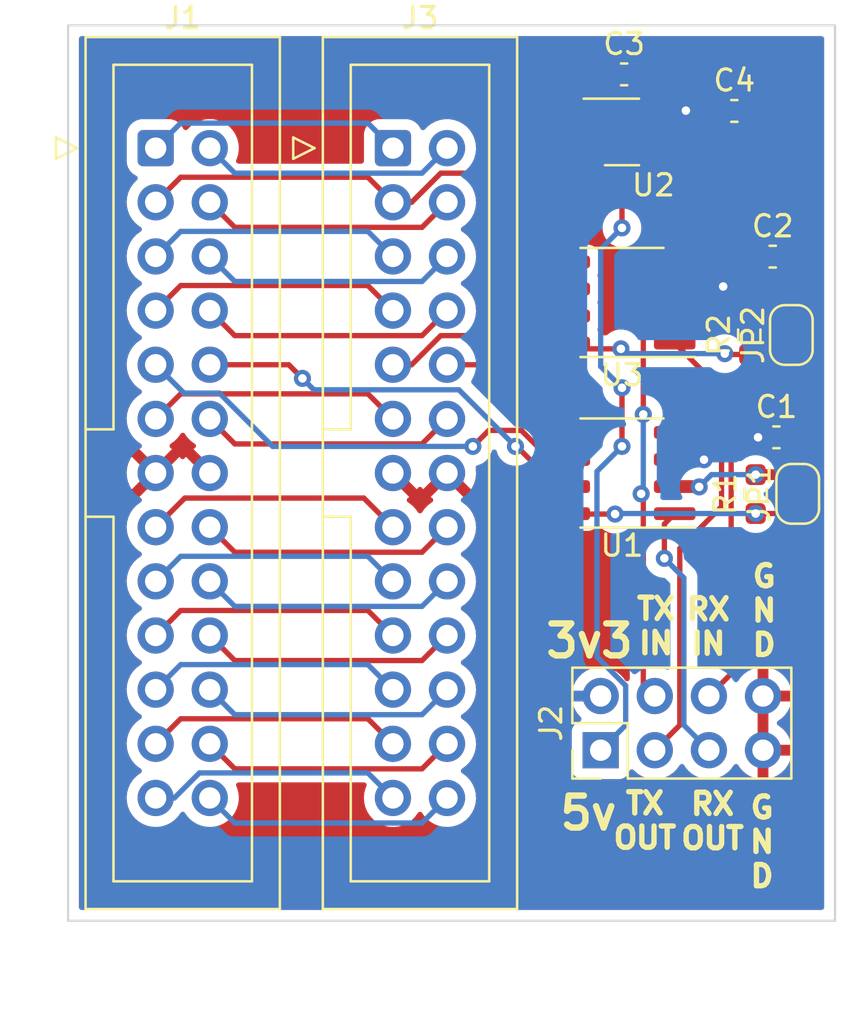
<source format=kicad_pcb>
(kicad_pcb (version 20211014) (generator pcbnew)

  (general
    (thickness 1.6)
  )

  (paper "A4")
  (layers
    (0 "F.Cu" signal)
    (31 "B.Cu" signal)
    (32 "B.Adhes" user "B.Adhesive")
    (33 "F.Adhes" user "F.Adhesive")
    (34 "B.Paste" user)
    (35 "F.Paste" user)
    (36 "B.SilkS" user "B.Silkscreen")
    (37 "F.SilkS" user "F.Silkscreen")
    (38 "B.Mask" user)
    (39 "F.Mask" user)
    (40 "Dwgs.User" user "User.Drawings")
    (41 "Cmts.User" user "User.Comments")
    (42 "Eco1.User" user "User.Eco1")
    (43 "Eco2.User" user "User.Eco2")
    (44 "Edge.Cuts" user)
    (45 "Margin" user)
    (46 "B.CrtYd" user "B.Courtyard")
    (47 "F.CrtYd" user "F.Courtyard")
    (48 "B.Fab" user)
    (49 "F.Fab" user)
    (50 "User.1" user)
    (51 "User.2" user)
    (52 "User.3" user)
    (53 "User.4" user)
    (54 "User.5" user)
    (55 "User.6" user)
    (56 "User.7" user)
    (57 "User.8" user)
    (58 "User.9" user)
  )

  (setup
    (pad_to_mask_clearance 0)
    (pcbplotparams
      (layerselection 0x00010fc_ffffffff)
      (disableapertmacros false)
      (usegerberextensions false)
      (usegerberattributes true)
      (usegerberadvancedattributes true)
      (creategerberjobfile true)
      (svguseinch false)
      (svgprecision 6)
      (excludeedgelayer true)
      (plotframeref false)
      (viasonmask false)
      (mode 1)
      (useauxorigin false)
      (hpglpennumber 1)
      (hpglpenspeed 20)
      (hpglpendiameter 15.000000)
      (dxfpolygonmode true)
      (dxfimperialunits true)
      (dxfusepcbnewfont true)
      (psnegative false)
      (psa4output false)
      (plotreference true)
      (plotvalue true)
      (plotinvisibletext false)
      (sketchpadsonfab false)
      (subtractmaskfromsilk false)
      (outputformat 1)
      (mirror false)
      (drillshape 1)
      (scaleselection 1)
      (outputdirectory "")
    )
  )

  (net 0 "")
  (net 1 "GND")
  (net 2 "+5V")
  (net 3 "CAN1_L_b")
  (net 4 "TX_OUT")
  (net 5 "RX_OUT")
  (net 6 "RX_IN")
  (net 7 "TX_IN")
  (net 8 "CAN1_H_a")
  (net 9 "CAN1_L_a")
  (net 10 "+3V3")
  (net 11 "unconnected-(U1-Pad5)")
  (net 12 "CAN1_H_b")
  (net 13 "Net-(JP1-Pad1)")
  (net 14 "unconnected-(U2-Pad4)")
  (net 15 "unconnected-(U3-Pad5)")
  (net 16 "14")
  (net 17 "Net-(J1-Pad2)")
  (net 18 "Net-(J1-Pad4)")
  (net 19 "16")
  (net 20 "Net-(J1-Pad6)")
  (net 21 "17")
  (net 22 "Net-(J1-Pad8)")
  (net 23 "19")
  (net 24 "Net-(J1-Pad12)")
  (net 25 "21")
  (net 26 "Net-(J1-Pad16)")
  (net 27 "22")
  (net 28 "Net-(J1-Pad18)")
  (net 29 "23")
  (net 30 "Net-(J1-Pad20)")
  (net 31 "24")
  (net 32 "Net-(J1-Pad22)")
  (net 33 "25")
  (net 34 "Net-(J1-Pad24)")
  (net 35 "26")
  (net 36 "Net-(J1-Pad26)")
  (net 37 "Net-(JP2-Pad1)")

  (footprint "Capacitor_SMD:C_0603_1608Metric_Pad1.08x0.95mm_HandSolder" (layer "F.Cu") (at 147.25 98.325))

  (footprint "Package_TO_SOT_SMD:SOT-23-5" (layer "F.Cu") (at 140 84))

  (footprint "Package_SO:SOIC-8_3.9x4.9mm_P1.27mm" (layer "F.Cu") (at 140 100 180))

  (footprint "Capacitor_SMD:C_0603_1608Metric_Pad1.08x0.95mm_HandSolder" (layer "F.Cu") (at 140.1 81.3))

  (footprint "Capacitor_SMD:C_0603_1608Metric_Pad1.08x0.95mm_HandSolder" (layer "F.Cu") (at 145.275 83.015))

  (footprint "Jumper:SolderJumper-2_P1.3mm_Bridged_RoundedPad1.0x1.5mm" (layer "F.Cu") (at 148.25 100.975 90))

  (footprint "Package_SO:SOIC-8_3.9x4.9mm_P1.27mm" (layer "F.Cu") (at 140 92 180))

  (footprint "Resistor_SMD:R_0603_1608Metric_Pad0.98x0.95mm_HandSolder" (layer "F.Cu") (at 146.275 100.9875 90))

  (footprint "Jumper:SolderJumper-2_P1.3mm_Bridged_RoundedPad1.0x1.5mm" (layer "F.Cu") (at 147.95 93.525 90))

  (footprint "Connector_PinHeader_2.54mm:PinHeader_2x04_P2.54mm_Vertical" (layer "F.Cu") (at 139 113 90))

  (footprint "Connector_IDC:IDC-Header_2x13_P2.54mm_Vertical" (layer "F.Cu") (at 118.11 84.76))

  (footprint "Capacitor_SMD:C_0603_1608Metric_Pad1.08x0.95mm_HandSolder" (layer "F.Cu") (at 147.075 89.85))

  (footprint "Resistor_SMD:R_0603_1608Metric_Pad0.98x0.95mm_HandSolder" (layer "F.Cu") (at 145.975 93.525 90))

  (footprint "Connector_IDC:IDC-Header_2x13_P2.54mm_Vertical" (layer "F.Cu") (at 129.2475 84.76))

  (gr_line (start 150 79) (end 150 121) (layer "Edge.Cuts") (width 0.1) (tstamp 37adae89-c453-452e-9eba-b7b5810782ff))
  (gr_line (start 114 121) (end 114 79) (layer "Edge.Cuts") (width 0.1) (tstamp 68ac5ede-4be6-4cf4-af0b-e6ffb760e579))
  (gr_line (start 114 79) (end 150 79) (layer "Edge.Cuts") (width 0.1) (tstamp 7f96af27-0894-4332-82e7-8a43e9cb2c6b))
  (gr_line (start 150 121) (end 114 121) (layer "Edge.Cuts") (width 0.1) (tstamp be3c84b7-d017-4d3f-a81b-d7b8f9c7d610))
  (gr_text "RX\nOUT" (at 144.25 116.325) (layer "F.SilkS") (tstamp 1f3b451a-b3d5-4412-b287-bc28c4dd75d3)
    (effects (font (size 1 1) (thickness 0.25)))
  )
  (gr_text "TX\nIN" (at 141.6 107.175) (layer "F.SilkS") (tstamp 30c21f42-be8b-44a8-8755-4c71ea17970e)
    (effects (font (size 1 1) (thickness 0.25)))
  )
  (gr_text "3v3" (at 138.475 107.875) (layer "F.SilkS") (tstamp 7b3c9497-d115-4983-9d12-36e4b2e87f8b)
    (effects (font (size 1.5 1.5) (thickness 0.3)))
  )
  (gr_text "RX\nIN" (at 144.05 107.2) (layer "F.SilkS") (tstamp b87393fd-025c-457c-998c-e5a14d5e61ea)
    (effects (font (size 1 1) (thickness 0.25)))
  )
  (gr_text "5v" (at 138.425 115.95) (layer "F.SilkS") (tstamp d476c3a6-daec-4bf7-b315-b4c2f1faa61d)
    (effects (font (size 1.5 1.5) (thickness 0.3)))
  )
  (gr_text "G\nN\nD" (at 146.675 106.45) (layer "F.SilkS") (tstamp d7f04d86-0ec8-4a47-ac10-2c688fbbbf9f)
    (effects (font (size 1 1) (thickness 0.25)))
  )
  (gr_text "TX\nOUT" (at 141.075 116.3) (layer "F.SilkS") (tstamp dcb532ab-2ba5-41bb-a9e2-2e41eccd101b)
    (effects (font (size 1 1) (thickness 0.25)))
  )
  (gr_text "G\nN\nD" (at 146.575 117.3) (layer "F.SilkS") (tstamp f7c1d7b2-5abf-4287-b0a2-4fb09ce14600)
    (effects (font (size 1 1) (thickness 0.25)))
  )

  (segment (start 146.2375 92.875) (end 145.975 92.6125) (width 0.25) (layer "F.Cu") (net 1) (tstamp 0705a4b8-191a-481c-9642-e30d4f8b7703))
  (segment (start 143.61 100.635) (end 143.625 100.65) (width 0.25) (layer "F.Cu") (net 1) (tstamp 15a31f54-04c5-419f-8f88-f4c8aa85b434))
  (segment (start 147.95 92.875) (end 146.2375 92.875) (width 0.25) (layer "F.Cu") (net 1) (tstamp 73276d92-63e1-4616-b560-cb3ebc640510))
  (segment (start 142.475 100.635) (end 143.61 100.635) (width 0.25) (layer "F.Cu") (net 1) (tstamp d0bcadc0-8062-4a79-9b56-e3592d090664))
  (via (at 143.625 100.65) (size 0.8) (drill 0.4) (layers "F.Cu" "B.Cu") (net 1) (tstamp 905f2401-2b23-42dd-9f1f-61e429536cc2))
  (via (at 146.275 100.075) (size 0.8) (drill 0.4) (layers "F.Cu" "B.Cu") (net 1) (tstamp f2fedf92-cb6c-44a0-a8c3-326fa616d4fa))
  (segment (start 143.625 100.65) (end 144.2 100.075) (width 0.25) (layer "B.Cu") (net 1) (tstamp 38284b15-cf9d-423d-af8a-3cb3321f00f4))
  (segment (start 144.2 100.075) (end 146.275 100.075) (width 0.25) (layer "B.Cu") (net 1) (tstamp 588671fa-98e7-4579-8b6d-99e98c56d0d9))
  (segment (start 135.065489 85.934511) (end 137.95 83.05) (width 0.25) (layer "F.Cu") (net 2) (tstamp 222138b5-d6cb-4a76-bfb4-ba0550dad945))
  (segment (start 139.2375 81.3) (end 139.2375 82.675) (width 0.25) (layer "F.Cu") (net 2) (tstamp 349aaf1f-920f-4cd7-a796-a43040918eaf))
  (segment (start 137.95 83.05) (end 138.8625 83.05) (width 0.25) (layer "F.Cu") (net 2) (tstamp 54d5a9ee-f256-497d-aa75-558498c68e3d))
  (segment (start 138.8625 84.95) (end 140 86.0875) (width 0.25) (layer "F.Cu") (net 2) (tstamp 60027e61-7c06-4372-a0e8-2c9f2ef4c1d8))
  (segment (start 119.284511 86.125489) (end 128.072989 86.125489) (width 0.25) (layer "F.Cu") (net 2) (tstamp 72c43909-830c-471d-91a5-b90da356a981))
  (segment (start 129.2475 87.3) (end 130.12649 87.3) (width 0.25) (layer "F.Cu") (net 2) (tstamp 7d31a6d7-88f5-4c78-83fa-083d2412cd54))
  (segment (start 128.072989 86.125489) (end 129.2475 87.3) (width 0.25) (layer "F.Cu") (net 2) (tstamp 906d08f4-1e2b-444d-b9a0-861994c259d7))
  (segment (start 130.12649 87.3) (end 131.491979 85.934511) (width 0.25) (layer "F.Cu") (net 2) (tstamp 956b560d-23aa-4151-ac3b-6ffba79f7764))
  (segment (start 137.877989 85.934511) (end 138.8625 84.95) (width 0.25) (layer "F.Cu") (net 2) (tstamp 96bbbf44-09fc-4e6b-b3a5-80f37757d490))
  (segment (start 118.11 87.3) (end 119.284511 86.125489) (width 0.25) (layer "F.Cu") (net 2) (tstamp 9e473952-0655-4c61-b0a7-804ff8996ecf))
  (segment (start 140 96) (end 140 98.75) (width 0.25) (layer "F.Cu") (net 2) (tstamp ac3cbfb4-7fa8-42ff-b4c0-75a28e62bfb1))
  (segment (start 139.2375 82.675) (end 138.8625 83.05) (width 0.25) (layer "F.Cu") (net 2) (tstamp bd7bf443-6111-4ec5-bb22-b7c3f36493d7))
  (segment (start 140 86.0875) (end 140 88.5) (width 0.25) (layer "F.Cu") (net 2) (tstamp c13b5382-8f61-427b-baae-545e422d996e))
  (segment (start 131.491979 85.934511) (end 135.065489 85.934511) (width 0.25) (layer "F.Cu") (net 2) (tstamp cc662837-990c-4a0f-93a0-25df3683bc53))
  (segment (start 135.065489 85.934511) (end 137.877989 85.934511) (width 0.25) (layer "F.Cu") (net 2) (tstamp dc0de484-773a-4c2c-871d-0c796bbaeec2))
  (via (at 140 88.5) (size 0.8) (drill 0.4) (layers "F.Cu" "B.Cu") (net 2) (tstamp 0d4c2140-1a06-4cd9-861e-c1066ffc7fda))
  (via (at 140 98.75) (size 0.8) (drill 0.4) (layers "F.Cu" "B.Cu") (net 2) (tstamp 7f625e12-692b-4b28-b191-4fd476bf21d9))
  (via (at 140 96) (size 0.8) (drill 0.4) (layers "F.Cu" "B.Cu") (net 2) (tstamp 83faa0eb-1191-42c7-8b7e-046a3985374c))
  (segment (start 138.825 108.62399) (end 140.174511 109.973501) (width 0.25) (layer "B.Cu") (net 2) (tstamp 14fc2305-fea3-47d6-9a37-84bcd115322e))
  (segment (start 139 95) (end 140 96) (width 0.25) (layer "B.Cu") (net 2) (tstamp 4df5694c-2174-4bab-b139-0799f3fefca1))
  (segment (start 140 88.5) (end 139 89.5) (width 0.25) (layer "B.Cu") (net 2) (tstamp 52885c03-6adb-4db1-93d1-4aa22e4494fe))
  (segment (start 140.174511 111.825489) (end 139 113) (width 0.25) (layer "B.Cu") (net 2) (tstamp 6734d642-1332-41b0-95a1-bc63619b364b))
  (segment (start 140 98.75) (end 138.825 99.925) (width 0.25) (layer "B.Cu") (net 2) (tstamp 6fa8145f-4c86-431d-a94b-57494552123b))
  (segment (start 140.174511 109.973501) (end 140.174511 111.825489) (width 0.25) (layer "B.Cu") (net 2) (tstamp 881ba6c1-962a-43e8-acdf-1c75a4cb2656))
  (segment (start 138.825 99.925) (end 138.825 108.62399) (width 0.25) (layer "B.Cu") (net 2) (tstamp 8d91fba1-8886-4a37-831b-de5af95353f4))
  (segment (start 139 89.5) (end 139 95) (width 0.25) (layer "B.Cu") (net 2) (tstamp de6a532f-2d95-4570-8b11-0fbd10d3961c))
  (segment (start 136.639614 99.365) (end 135.274614 98) (width 0.25) (layer "F.Cu") (net 3) (tstamp 2b663c60-3d1d-416a-b4f3-bc88b30fecc2))
  (segment (start 133.75 98) (end 133 98.75) (width 0.25) (layer "F.Cu") (net 3) (tstamp 4d17dbec-6677-4692-ab72-28ff4b3efc4c))
  (segment (start 137.525 99.365) (end 136.639614 99.365) (width 0.25) (layer "F.Cu") (net 3) (tstamp 989437b9-cb29-4f7b-bbc4-05cee922a0af))
  (segment (start 135.274614 98) (end 133.75 98) (width 0.25) (layer "F.Cu") (net 3) (tstamp a0f7bed3-f86f-4691-99b7-86816373e0af))
  (via (at 133 98.75) (size 0.8) (drill 0.4) (layers "F.Cu" "B.Cu") (net 3) (tstamp 7ed5d499-ce91-4a0a-b8f6-172e9f6b9f3e))
  (segment (start 123.60101 98.75) (end 121.10101 96.25) (width 0.25) (layer "B.Cu") (net 3) (tstamp 039a3de2-4941-4b08-8cd7-77290cf1ea4b))
  (segment (start 119.44 96.25) (end 118.11 94.92) (width 0.25) (layer "B.Cu") (net 3) (tstamp 4359e8c3-d822-448a-af6e-6c4b0063b2ee))
  (segment (start 121.10101 96.25) (end 119.44 96.25) (width 0.25) (layer "B.Cu") (net 3) (tstamp 8018e8f6-27b0-4090-8d4f-ea935cfd590b))
  (segment (start 133 98.75) (end 123.60101 98.75) (width 0.25) (layer "B.Cu") (net 3) (tstamp dbd714d9-fc9f-4409-9946-03077eb75029))
  (segment (start 144.369614 98.095) (end 142.475 98.095) (width 0.25) (layer "F.Cu") (net 4) (tstamp 01a93aed-3f5f-490c-bdf0-2a82fc847f43))
  (segment (start 141.54 113) (end 142.714511 111.825489) (width 0.25) (layer "F.Cu") (net 4) (tstamp 2ff1d49a-c1be-4edc-bf3f-2a52fd4c3d16))
  (segment (start 144.675 98.400386) (end 144.369614 98.095) (width 0.25) (layer "F.Cu") (net 4) (tstamp 4396119c-99e6-41e2-9ac0-68739bd583b3))
  (segment (start 142.714511 111.825489) (end 142.714511 103.535489) (width 0.25) (layer "F.Cu") (net 4) (tstamp c40c6bbe-3e5d-4dc0-830f-a8ffddb54246))
  (segment (start 144.675 101.575) (end 144.675 98.400386) (width 0.25) (layer "F.Cu") (net 4) (tstamp dd723218-5c30-41fd-8726-40493ccc3dcd))
  (segment (start 142.714511 103.535489) (end 144.675 101.575) (width 0.25) (layer "F.Cu") (net 4) (tstamp f7a7e2fc-bddc-4986-9cb5-f3a1f3a42b31))
  (segment (start 141.990011 104) (end 141.990011 102.389989) (width 0.25) (layer "F.Cu") (net 5) (tstamp 7a448847-7116-48de-b692-b7877afd003d))
  (segment (start 141.990011 102.389989) (end 142.475 101.905) (width 0.25) (layer "F.Cu") (net 5) (tstamp 7bd1f7ed-387c-4f0e-861c-f776352253f0))
  (via (at 141.990011 104) (size 0.8) (drill 0.4) (layers "F.Cu" "B.Cu") (net 5) (tstamp 01d9e566-bc7d-4c20-a81e-89fcea8d3a8b))
  (segment (start 142.905489 111.825489) (end 142.905489 104.915478) (width 0.25) (layer "B.Cu") (net 5) (tstamp 37554477-8444-4e13-8ce2-29b2ff7ca69c))
  (segment (start 144.08 113) (end 142.905489 111.825489) (width 0.25) (layer "B.Cu") (net 5) (tstamp b3a0b8ce-2aa1-4690-9631-0ac56a44c123))
  (segment (start 142.905489 104.915478) (end 141.990011 104) (width 0.25) (layer "B.Cu") (net 5) (tstamp e1af900d-4d34-4f1c-9cac-0057cfab8079))
  (segment (start 145.12452 96.55452) (end 142.475 93.905) (width 0.25) (layer "F.Cu") (net 6) (tstamp 6640e98e-656f-46c7-b34a-df2d64dd505d))
  (segment (start 145.12452 109.41548) (end 145.12452 96.55452) (width 0.25) (layer "F.Cu") (net 6) (tstamp 9d883a3a-9ea5-4da2-ab06-a32664d72251))
  (segment (start 144.08 110.46) (end 145.12452 109.41548) (width 0.25) (layer "F.Cu") (net 6) (tstamp fb0cf383-b974-49fc-878c-23d5d10579e6))
  (segment (start 141 101.075) (end 141 109.92) (width 0.25) (layer "F.Cu") (net 7) (tstamp 7fd10477-a5e2-48f1-8f94-399831ffe2ea))
  (segment (start 142.098928 90.095) (end 142.475 90.095) (width 0.25) (layer "F.Cu") (net 7) (tstamp 9c60e7d3-b608-4979-96f6-1ac62873d94b))
  (segment (start 141 109.92) (end 141.54 110.46) (width 0.25) (layer "F.Cu") (net 7) (tstamp 9e96709e-45a0-4253-801e-fa0e46cded95))
  (segment (start 141 91.193928) (end 142.098928 90.095) (width 0.25) (layer "F.Cu") (net 7) (tstamp a6b3ca1d-fd4f-47f3-8a4d-2e3518aea13b))
  (segment (start 140.9 100.975) (end 141 101.075) (width 0.25) (layer "F.Cu") (net 7) (tstamp b227a2b4-060e-4ec6-bc4a-8e998433531f))
  (segment (start 141 97.25) (end 141 91.193928) (width 0.25) (layer "F.Cu") (net 7) (tstamp d0d4f553-fa9d-4102-9d57-00ae57584fca))
  (via (at 140.9 100.975) (size 0.8) (drill 0.4) (layers "F.Cu" "B.Cu") (net 7) (tstamp 3aa25b70-0c26-4a82-807f-f9b9da2f3069))
  (via (at 141 97.25) (size 0.8) (drill 0.4) (layers "F.Cu" "B.Cu") (net 7) (tstamp 437e54dd-953f-4e30-90f7-1dedc39be67b))
  (segment (start 140.9 100.975) (end 141 100.875) (width 0.25) (layer "B.Cu") (net 7) (tstamp 20a18dab-c529-4141-ac91-e0651a4d7492))
  (segment (start 141 100.875) (end 141 97.25) (width 0.25) (layer "B.Cu") (net 7) (tstamp a99b7081-5276-4cae-b987-4d5349585eaa))
  (segment (start 133.58 94.92) (end 135.865 92.635) (width 0.25) (layer "F.Cu") (net 8) (tstamp 367b3eef-20d3-4ac9-9a2e-6e8bab424d64))
  (segment (start 131.7875 94.92) (end 133.58 94.92) (width 0.25) (layer "F.Cu") (net 8) (tstamp 3e45d173-0f65-4631-8988-3e024d7bd343))
  (segment (start 135.865 92.635) (end 137.525 92.635) (width 0.25) (layer "F.Cu") (net 8) (tstamp efff262d-2943-460e-b8d2-6562385a049f))
  (segment (start 129.2475 94.92) (end 130.12649 94.92) (width 0.25) (layer "F.Cu") (net 9) (tstamp 3921a141-d594-4e5d-b607-2e3ed30a4534))
  (segment (start 134.195489 93.554511) (end 136.385 91.365) (width 0.25) (layer "F.Cu") (net 9) (tstamp 5297421a-6a31-4f22-a6a7-119b56ceb54e))
  (segment (start 136.385 91.365) (end 137.525 91.365) (width 0.25) (layer "F.Cu") (net 9) (tstamp bd72f7ee-4d12-40db-ac74-db1201d28ba1))
  (segment (start 130.12649 94.92) (end 131.491979 93.554511) (width 0.25) (layer "F.Cu") (net 9) (tstamp e81f6c52-9d31-4297-a40e-dd97963bf87c))
  (segment (start 131.491979 93.554511) (end 134.195489 93.554511) (width 0.25) (layer "F.Cu") (net 9) (tstamp f3688389-ee69-4a86-9d77-0aafd858d18b))
  (segment (start 143 83) (end 144.3975 83) (width 0.25) (layer "F.Cu") (net 10) (tstamp 0743bc59-afe2-4752-9e56-a24822d18aaa))
  (segment (start 143.85 99.375) (end 143.84 99.365) (width 0.25) (layer "F.Cu") (net 10) (tstamp 2a5d72d2-83e3-4df0-9477-0943cb40fda1))
  (segment (start 142.95 83.05) (end 143 83) (width 0.25) (layer "F.Cu") (net 10) (tstamp 2ac9f492-fb3e-4522-b218-a77e0aa5250c))
  (segment (start 144.635 91.365) (end 144.75 91.25) (width 0.25) (layer "F.Cu") (net 10) (tstamp 6d424111-ad3f-405e-8fe4-4769e6e6ee15))
  (segment (start 144.3975 83) (end 144.4125 83.015) (width 0.25) (layer "F.Cu") (net 10) (tstamp 89e0dd91-8fbd-4b9a-a164-6e12da5677bc))
  (segment (start 141.1375 83.05) (end 142.95 83.05) (width 0.25) (layer "F.Cu") (net 10) (tstamp 8ed1e97b-dac8-496a-ae53-c12e044ab525))
  (segment (start 144.75 91.25) (end 144.8125 91.25) (width 0.25) (layer "F.Cu") (net 10) (tstamp 96856a0e-2bc1-4212-80ac-ac1f374d4449))
  (segment (start 143.84 99.365) (end 142.475 99.365) (width 0.25) (layer "F.Cu") (net 10) (tstamp afae1f0b-ceda-4766-a838-b9e0a3455166))
  (segment (start 142.475 91.365) (end 144.635 91.365) (width 0.25) (layer "F.Cu") (net 10) (tstamp c0ecbcfe-7b79-44fa-b3b8-a6edb101ac67))
  (segment (start 144.8125 91.25) (end 146.2125 89.85) (width 0.25) (layer "F.Cu") (net 10) (tstamp f1a8f4a6-02e1-4551-b8e0-9a2eb2cb55e1))
  (via (at 143.85 99.375) (size 0.8) (drill 0.4) (layers "F.Cu" "B.Cu") (net 10) (tstamp ad0bbfa1-0b5c-48b3-80f8-4224ada35993))
  (via (at 146.3875 98.325) (size 0.8) (drill 0.4) (layers "F.Cu" "B.Cu") (net 10) (tstamp c828d757-acee-4012-b180-08fa53c74a48))
  (via (at 143 83) (size 0.8) (drill 0.4) (layers "F.Cu" "B.Cu") (net 10) (tstamp d4345894-0888-4df4-9263-3eb20ae519ab))
  (via (at 144.75 91.25) (size 0.8) (drill 0.4) (layers "F.Cu" "B.Cu") (net 10) (tstamp f02143ec-3735-4cb6-8bbd-246cba88c3b7))
  (segment (start 143.85 99.375) (end 145.3375 99.375) (width 0.25) (layer "B.Cu") (net 10) (tstamp d3d5ac86-c364-42d3-b107-2f6fb5119784))
  (segment (start 145.3375 99.375) (end 146.3875 98.325) (width 0.25) (layer "B.Cu") (net 10) (tstamp f3d0f509-0dd0-4774-9a81-69320c6b4224))
  (segment (start 136.945778 100.635) (end 137.525 100.635) (width 0.25) (layer "F.Cu") (net 12) (tstamp 57075325-c231-4e58-abc3-950998a179e1))
  (segment (start 135 98.75) (end 135.060778 98.75) (width 0.25) (layer "F.Cu") (net 12) (tstamp 771bf096-2620-4333-a0c5-0a4bab98a5f8))
  (segment (start 120.65 94.92) (end 124.359011 94.92) (width 0.25) (layer "F.Cu") (net 12) (tstamp 86aa3a97-7c0e-41fa-b771-0f0c3f623495))
  (segment (start 135.060778 98.75) (end 136.945778 100.635) (width 0.25) (layer "F.Cu") (net 12) (tstamp ba7689ed-78f8-4718-bdc8-296760eac451))
  (segment (start 124.359011 94.92) (end 125 95.560989) (width 0.25) (layer "F.Cu") (net 12) (tstamp fc961b64-0558-4d00-81b9-f7ac49343d0f))
  (via (at 125 95.560989) (size 0.8) (drill 0.4) (layers "F.Cu" "B.Cu") (net 12) (tstamp 35c78d5a-1a13-4d6b-ae9f-130e96e5aa1b))
  (via (at 135 98.75) (size 0.8) (drill 0.4) (layers "F.Cu" "B.Cu") (net 12) (tstamp 8ae1b107-9f66-4294-b8d6-cf632c7b8a37))
  (segment (start 135 98.75) (end 132.344511 96.094511) (width 0.25) (layer "B.Cu") (net 12) (tstamp 4d8074a0-ed5c-414c-9a5a-5b6449ad64b8))
  (segment (start 132.344511 96.094511) (end 125.533522 96.094511) (width 0.25) (layer "B.Cu") (net 12) (tstamp 666b1933-cca2-40a3-90a1-077aa7d3605b))
  (segment (start 125.533522 96.094511) (end 125 95.560989) (width 0.25) (layer "B.Cu") (net 12) (tstamp 9f91bfd8-8f3f-4d5a-bdf7-3389079e3e3c))
  (segment (start 146.275 101.9) (end 147.975 101.9) (width 0.25) (layer "F.Cu") (net 13) (tstamp 0f9040cd-1d7b-454d-89f9-f0aa1bac54fd))
  (segment (start 137.545 101.925) (end 137.525 101.905) (width 0.25) (layer "F.Cu") (net 13) (tstamp 89cb9c0f-b2c4-4546-b1af-a7b0f95e1513))
  (segment (start 147.975 101.9) (end 148.25 101.625) (width 0.25) (layer "F.Cu") (net 13) (tstamp b9f15cd6-166e-4d26-a0e9-17b9bd3d7855))
  (segment (start 139.675 101.925) (end 137.545 101.925) (width 0.25) (layer "F.Cu") (net 13) (tstamp ef633464-6b69-40e4-aefa-41b5e8de8116))
  (via (at 139.675 101.925) (size 0.8) (drill 0.4) (layers "F.Cu" "B.Cu") (net 13) (tstamp 4ac8a439-0e78-47db-b6ee-fa921d98f879))
  (via (at 146.275 101.9) (size 0.8) (drill 0.4) (layers "F.Cu" "B.Cu") (net 13) (tstamp 6b7347a9-a03c-4b02-ba56-6a125b9879b6))
  (segment (start 139.7 101.9) (end 139.675 101.925) (width 0.25) (layer "B.Cu") (net 13) (tstamp 8d4692be-6c7d-4347-8064-c5289c47c115))
  (segment (start 146.275 101.9) (end 139.7 101.9) (width 0.25) (layer "B.Cu") (net 13) (tstamp d28af20f-2b70-4d27-aba3-de6fca052a54))
  (segment (start 118.11 84.76) (end 119.284511 83.585489) (width 0.25) (layer "B.Cu") (net 16) (tstamp 45346e5b-30f3-4f2d-93bb-00c0cc954be9))
  (segment (start 119.284511 83.585489) (end 128.072989 83.585489) (width 0.25) (layer "B.Cu") (net 16) (tstamp be5f0528-9021-4698-acf7-7568c448e474))
  (segment (start 128.072989 83.585489) (end 129.2475 84.76) (width 0.25) (layer "B.Cu") (net 16) (tstamp f2a7aa4b-9dce-4357-9f70-92c352c6c738))
  (segment (start 120.65 84.76) (end 121.82452 85.93452) (width 0.25) (layer "B.Cu") (net 17) (tstamp 0083ec75-76b0-493d-8fda-a764c239d7cf))
  (segment (start 130.61298 85.93452) (end 131.7875 84.76) (width 0.25) (layer "B.Cu") (net 17) (tstamp 32b61a13-4aff-4bac-9fbe-92b95a644c62))
  (segment (start 121.82452 85.93452) (end 130.61298 85.93452) (width 0.25) (layer "B.Cu") (net 17) (tstamp c269488e-d53b-462a-958b-b94261f4be44))
  (segment (start 130.612989 88.474511) (end 131.7875 87.3) (width 0.25) (layer "F.Cu") (net 18) (tstamp 626b106f-5298-4624-8621-4c71b192b89c))
  (segment (start 120.65 87.3) (end 121.824511 88.474511) (width 0.25) (layer "F.Cu") (net 18) (tstamp 9df9c3da-3415-42a7-9ff8-310f85653067))
  (segment (start 121.824511 88.474511) (end 130.612989 88.474511) (width 0.25) (layer "F.Cu") (net 18) (tstamp f2142b5d-5acb-449f-bce9-da997f7a1565))
  (segment (start 118.11 89.84) (end 119.284511 88.665489) (width 0.25) (layer "B.Cu") (net 19) (tstamp 5bb9604f-b863-4300-9a44-4bd76802d13a))
  (segment (start 128.072989 88.665489) (end 129.2475 89.84) (width 0.25) (layer "B.Cu") (net 19) (tstamp 8385b95d-6b99-4dcf-a51f-c892e4cb3fe0))
  (segment (start 119.284511 88.665489) (end 128.072989 88.665489) (width 0.25) (layer "B.Cu") (net 19) (tstamp befff059-d19e-4cb7-8297-16485bae5356))
  (segment (start 120.65 89.84) (end 121.824511 91.014511) (width 0.25) (layer "B.Cu") (net 20) (tstamp 1e55239a-b4b2-44d6-96eb-f4d00923a84e))
  (segment (start 130.612989 91.014511) (end 131.7875 89.84) (width 0.25) (layer "B.Cu") (net 20) (tstamp abfa0b89-265b-4182-b7f9-23bf8177ecd1))
  (segment (start 121.824511 91.014511) (end 130.612989 91.014511) (width 0.25) (layer "B.Cu") (net 20) (tstamp b05437ce-3e5a-46fb-8266-f774125bcbb3))
  (segment (start 118.11 92.38) (end 119.284511 91.205489) (width 0.25) (layer "F.Cu") (net 21) (tstamp 11041ffe-9688-4e0f-81dc-bc6e1a68d24a))
  (segment (start 119.284511 91.205489) (end 128.072989 91.205489) (width 0.25) (layer "F.Cu") (net 21) (tstamp 62b04c01-f216-4648-a8ff-92e79b27eadf))
  (segment (start 128.072989 91.205489) (end 129.2475 92.38) (width 0.25) (layer "F.Cu") (net 21) (tstamp 8a4d46bd-9a80-42fc-b84c-b20ee2df828f))
  (segment (start 130.612989 93.554511) (end 131.7875 92.38) (width 0.25) (layer "F.Cu") (net 22) (tstamp 02d130a8-58c5-48c8-9baa-1ec19766502e))
  (segment (start 121.824511 93.554511) (end 130.612989 93.554511) (width 0.25) (layer "F.Cu") (net 22) (tstamp 19d5cb7b-4f53-4294-a994-7666d6b5f5b3))
  (segment (start 120.65 92.38) (end 121.824511 93.554511) (width 0.25) (layer "F.Cu") (net 22) (tstamp 513961d9-55a2-4e89-b4d5-4f7621876ab6))
  (segment (start 118.11 97.46) (end 119.284511 96.285489) (width 0.25) (layer "F.Cu") (net 23) (tstamp 8684bf80-6b9b-4995-9030-99528b55a852))
  (segment (start 128.072989 96.285489) (end 129.2475 97.46) (width 0.25) (layer "F.Cu") (net 23) (tstamp e7e38404-5a39-49b9-8f6e-3bbe3704e1ea))
  (segment (start 119.284511 96.285489) (end 128.072989 96.285489) (width 0.25) (layer "F.Cu") (net 23) (tstamp fa26564f-649c-4360-a510-eac91a6f828b))
  (segment (start 120.65 97.46) (end 121.824511 98.634511) (width 0.25) (layer "F.Cu") (net 24) (tstamp 53773cb4-330c-4bd4-84a1-999b438cd1a9))
  (segment (start 130.612989 98.634511) (end 131.7875 97.46) (width 0.25) (layer "F.Cu") (net 24) (tstamp 5bd0a9be-04df-410a-b009-60a563493524))
  (segment (start 121.824511 98.634511) (end 130.612989 98.634511) (width 0.25) (layer "F.Cu") (net 24) (tstamp fa405c89-84bb-448e-a831-f4bea4443621))
  (segment (start 118.11 102.54) (end 119.475489 101.174511) (width 0.25) (layer "F.Cu") (net 25) (tstamp 0ddb9489-dfa7-45e2-ba7e-d3d96e7f19ca))
  (segment (start 119.475489 101.174511) (end 127.882011 101.174511) (width 0.25) (layer "F.Cu") (net 25) (tstamp a7f2a493-0c9d-4122-99c0-6491746c3f82))
  (segment (start 127.882011 101.174511) (end 129.2475 102.54) (width 0.25) (layer "F.Cu") (net 25) (tstamp a851c0c1-318c-433e-aae3-5954620678ad))
  (segment (start 120.65 102.54) (end 121.824511 103.714511) (width 0.25) (layer "F.Cu") (net 26) (tstamp 22f519b6-8afd-453a-b5f6-72ea5b6ac716))
  (segment (start 121.824511 103.714511) (end 130.612989 103.714511) (width 0.25) (layer "F.Cu") (net 26) (tstamp 33224edd-7af0-477e-8508-48d43779fb23))
  (segment (start 130.612989 103.714511) (end 131.7875 102.54) (width 0.25) (layer "F.Cu") (net 26) (tstamp 333553c6-f6b4-4017-9145-356b55a50352))
  (segment (start 128.072989 103.905489) (end 129.2475 105.08) (width 0.25) (layer "B.Cu") (net 27) (tstamp 001d5752-6dea-4feb-a3a8-927e46b35e4b))
  (segment (start 118.11 105.08) (end 119.284511 103.905489) (width 0.25) (layer "B.Cu") (net 27) (tstamp 9fc387f7-6e5b-48e0-a111-f79a2e9fee3e))
  (segment (start 119.284511 103.905489) (end 128.072989 103.905489) (width 0.25) (layer "B.Cu") (net 27) (tstamp e27f448e-7766-4de9-9ac0-db4f8ae6fba9))
  (segment (start 130.612989 106.254511) (end 131.7875 105.08) (width 0.25) (layer "B.Cu") (net 28) (tstamp 12e30761-57f7-4680-ab51-2b33bf4a932b))
  (segment (start 121.824511 106.254511) (end 130.612989 106.254511) (width 0.25) (layer "B.Cu") (net 28) (tstamp 551ff0be-0f22-41b8-8ae1-b42b70b8d1e8))
  (segment (start 120.65 105.08) (end 121.824511 106.254511) (width 0.25) (layer "B.Cu") (net 28) (tstamp ea49f44a-164d-4ef1-b863-23692aac84c0))
  (segment (start 128.072989 106.445489) (end 129.2475 107.62) (width 0.25) (layer "F.Cu") (net 29) (tstamp 085166d8-a6d2-4681-9791-71ac50a5da4c))
  (segment (start 118.11 107.62) (end 119.284511 106.445489) (width 0.25) (layer "F.Cu") (net 29) (tstamp 0cd77e6c-df5f-4e65-a84d-88d664473e02))
  (segment (start 119.284511 106.445489) (end 128.072989 106.445489) (width 0.25) (layer "F.Cu") (net 29) (tstamp bd1d54ed-8ee5-4dc8-8eb5-f86485dc0328))
  (segment (start 121.824511 108.794511) (end 130.612989 108.794511) (width 0.25) (layer "F.Cu") (net 30) (tstamp 03215252-49c6-4df0-9283-d2118213582c))
  (segment (start 120.65 107.62) (end 121.824511 108.794511) (width 0.25) (layer "F.Cu") (net 30) (tstamp 66433b9a-96d8-47fc-9891-1c4284cd48fa))
  (segment (start 130.612989 108.794511) (end 131.7875 107.62) (width 0.25) (layer "F.Cu") (net 30) (tstamp ebb8a04f-bc97-4cb2-8597-7d6d0901822e))
  (segment (start 128.072989 108.985489) (end 129.2475 110.16) (width 0.25) (layer "B.Cu") (net 31) (tstamp 02c71bb5-0d4d-4904-a0f1-a48aa5971042))
  (segment (start 118.11 110.16) (end 119.284511 108.985489) (width 0.25) (layer "B.Cu") (net 31) (tstamp 6d679b9a-efbf-457c-862a-fab84311c046))
  (segment (start 119.284511 108.985489) (end 128.072989 108.985489) (width 0.25) (layer "B.Cu") (net 31) (tstamp bf480b89-29d9-45a0-9aa7-4dda03c85381))
  (segment (start 130.612989 111.334511) (end 131.7875 110.16) (width 0.25) (layer "B.Cu") (net 32) (tstamp 6e22864b-0714-4019-83f6-3c8c06e69a24))
  (segment (start 120.65 110.16) (end 121.824511 111.334511) (width 0.25) (layer "B.Cu") (net 32) (tstamp 87676f84-66e6-4097-92f8-98732f957dc8))
  (segment (start 121.824511 111.334511) (end 130.612989 111.334511) (width 0.25) (layer "B.Cu") (net 32) (tstamp 9f8a76a9-fc92-47cb-98cf-eb19daadaa30))
  (segment (start 118.11 112.7) (end 119.284511 111.525489) (width 0.25) (layer "F.Cu") (net 33) (tstamp 19194afe-2373-4b25-97d7-a98b550d9dce))
  (segment (start 119.284511 111.525489) (end 128.072989 111.525489) (width 0.25) (layer "F.Cu") (net 33) (tstamp 9fb1f4ca-5068-487f-8e89-47a2a38dc03c))
  (segment (start 128.072989 111.525489) (end 129.2475 112.7) (width 0.25) (layer "F.Cu") (net 33) (tstamp f73c9f6c-8790-47b0-9efc-614c905ffc52))
  (segment (start 130.612989 113.874511) (end 131.7875 112.7) (width 0.25) (layer "F.Cu") (net 34) (tstamp 4f8f4c7c-af07-4ede-b2e5-9be6a7da67dd))
  (segment (start 120.65 112.7) (end 121.824511 113.874511) (width 0.25) (layer "F.Cu") (net 34) (tstamp 765f9432-c578-49ae-a63b-aa050d95d35b))
  (segment (start 121.824511 113.874511) (end 130.612989 113.874511) (width 0.25) (layer "F.Cu") (net 34) (tstamp ed2ff1bf-46d1-45aa-a998-ccbb3943ad94))
  (segment (start 118.11 115.24) (end 118.98899 115.24) (width 0.25) (layer "B.Cu") (net 35) (tstamp 22b72a7d-5cfb-45c2-b9a1-4f8fc019b2a3))
  (segment (start 118.98899 115.24) (end 120.163501 114.065489) (width 0.25) (layer "B.Cu") (net 35) (tstamp 8f21f562-88e4-4ef0-b67e-6d49628c7acc))
  (segment (start 128.072989 114.065489) (end 129.2475 115.24) (width 0.25) (layer "B.Cu") (net 35) (tstamp ebd50f98-fa1d-477d-9eae-34f387f64d93))
  (segment (start 120.163501 114.065489) (end 128.072989 114.065489) (width 0.25) (layer "B.Cu") (net 35) (tstamp f7346785-78b3-4a5e-afbe-5b1982c1b45e))
  (segment (start 130.612989 116.414511) (end 131.7875 115.24) (width 0.25) (layer "B.Cu") (net 36) (tstamp 38acb754-9cb3-473a-ae9f-edc241dde841))
  (segment (start 121.824511 116.414511) (end 130.612989 116.414511) (width 0.25) (layer "B.Cu") (net 36) (tstamp 53face3d-645e-4072-a158-093850dfb8fb))
  (segment (start 120.65 115.24) (end 121.824511 116.414511) (width 0.25) (layer "B.Cu") (net 36) (tstamp c8685291-8782-4608-91fd-c24750a708d7))
  (segment (start 137.795 94.175) (end 137.525 93.905) (width 0.25) (layer "F.Cu") (net 37) (tstamp 01e69ef0-b560-41dd-b16f-bc921bd65607))
  (segment (start 145.975 94.4375) (end 147.6875 94.4375) (width 0.25) (layer "F.Cu") (net 37) (tstamp 202e8cc5-78e5-4531-84ca-9f84743c5ba5))
  (segment (start 145.975 94.4375) (end 144.8625 94.4375) (width 0.25) (layer "F.Cu") (net 37) (tstamp 362d7bf6-44e8-40b2-9762-a8ff5541b050))
  (segment (start 144.8625 94.4375) (end 144.825 94.4) (width 0.25) (layer "F.Cu") (net 37) (tstamp 53e8046a-1d59-4374-919a-be5f7cc4a4f4))
  (segment (start 139.95 94.175) (end 137.795 94.175) (width 0.25) (layer "F.Cu") (net 37) (tstamp 5b4ca86c-ae63-4f30-b793-373734769e47))
  (segment (start 147.6875 94.4375) (end 147.95 94.175) (width 0.25) (layer "F.Cu") (net 37) (tstamp e0fb4996-14ac-4391-982b-b8f6ac20cf31))
  (via (at 139.95 94.175) (size 0.8) (drill 0.4) (layers "F.Cu" "B.Cu") (net 37) (tstamp af988139-e4a2-4a79-8faf-c94d50a2ed3a))
  (via (at 144.825 94.4) (size 0.8) (drill 0.4) (layers "F.Cu" "B.Cu") (net 37) (tstamp b98ff10d-591f-4fd6-bc6c-5200de8ff75b))
  (segment (start 140.175 94.4) (end 139.95 94.175) (width 0.25) (layer "B.Cu") (net 37) (tstamp 38541585-663b-40c5-92ae-86b487bed3b9))
  (segment (start 144.825 94.4) (end 140.175 94.4) (width 0.25) (layer "B.Cu") (net 37) (tstamp f4445ff0-10cb-4441-a446-324ab085cce6))

  (zone (net 1) (net_name "GND") (layer "F.Cu") (tstamp 3b3aa576-ac40-49d3-b51b-027ad32ec1ce) (hatch edge 0.508)
    (connect_pads (clearance 0.508))
    (min_thickness 0.254) (filled_areas_thickness no)
    (fill yes (thermal_gap 0.508) (thermal_bridge_width 0.508))
    (polygon
      (pts
        (xy 150 121)
        (xy 114 121)
        (xy 114 79)
        (xy 150 79)
      )
    )
    (filled_polygon
      (layer "F.Cu")
      (pts
        (xy 149.434121 79.528002)
        (xy 149.480614 79.581658)
        (xy 149.492 79.634)
        (xy 149.492 100.602577)
        (xy 149.471998 100.670698)
        (xy 149.418342 100.717191)
        (xy 149.348068 100.727295)
        (xy 149.293052 100.70217)
        (xy 149.292135 100.703598)
        (xy 149.284555 100.698726)
        (xy 149.277743 100.692824)
        (xy 149.144734 100.632081)
        (xy 149 100.611271)
        (xy 148.579481 100.611271)
        (xy 148.568223 100.610767)
        (xy 148.556651 100.609729)
        (xy 148.518627 100.606318)
        (xy 148.516205 100.606288)
        (xy 148.516198 100.606288)
        (xy 148.512884 100.606248)
        (xy 148.506285 100.606167)
        (xy 148.43562 100.610767)
        (xy 148.431964 100.611005)
        (xy 148.423779 100.611271)
        (xy 148.079481 100.611271)
        (xy 148.068223 100.610767)
        (xy 148.056651 100.609729)
        (xy 148.018627 100.606318)
        (xy 148.016205 100.606288)
        (xy 148.016198 100.606288)
        (xy 148.012884 100.606248)
        (xy 148.006285 100.606167)
        (xy 147.93562 100.610767)
        (xy 147.931964 100.611005)
        (xy 147.923779 100.611271)
        (xy 147.5 100.611271)
        (xy 147.491024 100.611913)
        (xy 147.433627 100.616018)
        (xy 147.433626 100.616018)
        (xy 147.426889 100.6165)
        (xy 147.405804 100.622691)
        (xy 147.334807 100.622691)
        (xy 147.275081 100.584307)
        (xy 147.245588 100.519726)
        (xy 147.247106 100.475382)
        (xy 147.248181 100.47037)
        (xy 147.257672 100.37773)
        (xy 147.258 100.371315)
        (xy 147.258 100.347115)
        (xy 147.253525 100.331876)
        (xy 147.252135 100.330671)
        (xy 147.244452 100.329)
        (xy 146.147 100.329)
        (xy 146.078879 100.308998)
        (xy 146.032386 100.255342)
        (xy 146.021 100.203)
        (xy 146.021 99.947)
        (xy 146.041002 99.878879)
        (xy 146.094658 99.832386)
        (xy 146.147 99.821)
        (xy 147.239885 99.821)
        (xy 147.255124 99.816525)
        (xy 147.256329 99.815135)
        (xy 147.258 99.807452)
        (xy 147.258 99.778734)
        (xy 147.257663 99.772218)
        (xy 147.247925 99.678368)
        (xy 147.245032 99.664972)
        (xy 147.194512 99.513547)
        (xy 147.188347 99.500385)
        (xy 147.104571 99.365004)
        (xy 147.095025 99.352959)
        (xy 147.068389 99.287149)
        (xy 147.081561 99.217385)
        (xy 147.127469 99.167553)
        (xy 147.132267 99.164584)
        (xy 147.154031 99.151116)
        (xy 147.161274 99.143861)
        (xy 147.163038 99.142895)
        (xy 147.164941 99.141387)
        (xy 147.165199 99.141713)
        (xy 147.223554 99.109781)
        (xy 147.294375 99.114782)
        (xy 147.33947 99.143708)
        (xy 147.342131 99.146364)
        (xy 147.35354 99.155375)
        (xy 147.489063 99.238912)
        (xy 147.502241 99.245056)
        (xy 147.653766 99.295315)
        (xy 147.667132 99.298181)
        (xy 147.75977 99.307672)
        (xy 147.766185 99.308)
        (xy 147.840385 99.308)
        (xy 147.855624 99.303525)
        (xy 147.856829 99.302135)
        (xy 147.8585 99.294452)
        (xy 147.8585 99.289885)
        (xy 148.3665 99.289885)
        (xy 148.370975 99.305124)
        (xy 148.372365 99.306329)
        (xy 148.380048 99.308)
        (xy 148.458766 99.308)
        (xy 148.465282 99.307663)
        (xy 148.559132 99.297925)
        (xy 148.572528 99.295032)
        (xy 148.723953 99.244512)
        (xy 148.737115 99.238347)
        (xy 148.872492 99.154574)
        (xy 148.88389 99.14554)
        (xy 148.996363 99.032871)
        (xy 149.005375 99.02146)
        (xy 149.088912 98.885937)
        (xy 149.095056 98.872759)
        (xy 149.145315 98.721234)
        (xy 149.148181 98.707868)
        (xy 149.157672 98.61523)
        (xy 149.158 98.608815)
        (xy 149.158 98.597115)
        (xy 149.153525 98.581876)
        (xy 149.152135 98.580671)
        (xy 149.144452 98.579)
        (xy 148.384615 98.579)
        (xy 148.369376 98.583475)
        (xy 148.368171 98.584865)
        (xy 148.3665 98.592548)
        (xy 148.3665 99.289885)
        (xy 147.8585 99.289885)
        (xy 147.8585 98.052885)
        (xy 148.3665 98.052885)
        (xy 148.370975 98.068124)
        (xy 148.372365 98.069329)
        (xy 148.380048 98.071)
        (xy 149.139885 98.071)
        (xy 149.155124 98.066525)
        (xy 149.156329 98.065135)
        (xy 149.158 98.057452)
        (xy 149.158 98.041234)
        (xy 149.157663 98.034718)
        (xy 149.147925 97.940868)
        (xy 149.145032 97.927472)
        (xy 149.094512 97.776047)
        (xy 149.088347 97.762885)
        (xy 149.004574 97.627508)
        (xy 148.99554 97.61611)
        (xy 148.882871 97.503637)
        (xy 148.87146 97.494625)
        (xy 148.735937 97.411088)
        (xy 148.722759 97.404944)
        (xy 148.571234 97.354685)
        (xy 148.557868 97.351819)
        (xy 148.46523 97.342328)
        (xy 148.458815 97.342)
        (xy 148.384615 97.342)
        (xy 148.369376 97.346475)
        (xy 148.368171 97.347865)
        (xy 148.3665 97.355548)
        (xy 148.3665 98.052885)
        (xy 147.8585 98.052885)
        (xy 147.8585 97.360115)
        (xy 147.854025 97.344876)
        (xy 147.852635 97.343671)
        (xy 147.844952 97.342)
        (xy 147.766234 97.342)
        (xy 147.759718 97.342337)
        (xy 147.665868 97.352075)
        (xy 147.652472 97.354968)
        (xy 147.501047 97.405488)
        (xy 147.487885 97.411653)
        (xy 147.352508 97.495426)
        (xy 147.341106 97.504464)
        (xy 147.339433 97.506139)
        (xy 147.338007 97.506919)
        (xy 147.335373 97.509007)
        (xy 147.335016 97.508556)
        (xy 147.277151 97.540219)
        (xy 147.206331 97.535216)
        (xy 147.161246 97.506299)
        (xy 147.158185 97.503244)
        (xy 147.153003 97.498071)
        (xy 147.129225 97.483414)
        (xy 147.01115 97.410631)
        (xy 147.011148 97.41063)
        (xy 147.00492 97.406791)
        (xy 146.839809 97.352026)
        (xy 146.832973 97.351326)
        (xy 146.83297 97.351325)
        (xy 146.781474 97.346049)
        (xy 146.737072 97.3415)
        (xy 146.037928 97.3415)
        (xy 146.034682 97.341837)
        (xy 146.034678 97.341837)
        (xy 145.940765 97.351581)
        (xy 145.940761 97.351582)
        (xy 145.933907 97.352293)
        (xy 145.927374 97.354473)
        (xy 145.927363 97.354475)
        (xy 145.923897 97.355632)
        (xy 145.921624 97.355715)
        (xy 145.920628 97.35593)
        (xy 145.92059 97.355753)
        (xy 145.852947 97.358218)
        (xy 145.791863 97.322034)
        (xy 145.760038 97.25857)
        (xy 145.75802 97.236109)
        (xy 145.75802 96.633287)
        (xy 145.758547 96.622104)
        (xy 145.760222 96.614611)
        (xy 145.759713 96.598401)
        (xy 145.758082 96.546534)
        (xy 145.75802 96.542575)
        (xy 145.75802 96.514664)
        (xy 145.757515 96.510664)
        (xy 145.756582 96.498821)
        (xy 145.755442 96.462549)
        (xy 145.755193 96.45463)
        (xy 145.749542 96.435178)
        (xy 145.745534 96.415826)
        (xy 145.743987 96.403583)
        (xy 145.742994 96.395723)
        (xy 145.733426 96.371556)
        (xy 145.72672 96.354617)
        (xy 145.722875 96.34339)
        (xy 145.722241 96.341207)
        (xy 145.710538 96.300927)
        (xy 145.700227 96.283492)
        (xy 145.691532 96.265744)
        (xy 145.684072 96.246903)
        (xy 145.658084 96.211133)
        (xy 145.651568 96.201213)
        (xy 145.6331 96.169985)
        (xy 145.633098 96.169982)
        (xy 145.629062 96.163158)
        (xy 145.614741 96.148837)
        (xy 145.6019 96.133803)
        (xy 145.594651 96.123826)
        (xy 145.589992 96.117413)
        (xy 145.555915 96.089222)
        (xy 145.547136 96.081232)
        (xy 144.964105 95.498201)
        (xy 144.930079 95.435889)
        (xy 144.935144 95.365074)
        (xy 144.977691 95.308238)
        (xy 145.027002 95.285859)
        (xy 145.107288 95.268794)
        (xy 145.137331 95.255418)
        (xy 145.207698 95.245984)
        (xy 145.266674 95.271645)
        (xy 145.266817 95.271758)
        (xy 145.271997 95.276929)
        (xy 145.278224 95.280767)
        (xy 145.278226 95.280769)
        (xy 145.412924 95.363798)
        (xy 145.42008 95.368209)
        (xy 145.585191 95.422974)
        (xy 145.592027 95.423674)
        (xy 145.59203 95.423675)
        (xy 145.635339 95.428112)
        (xy 145.687928 95.4335)
        (xy 146.262072 95.4335)
        (xy 146.265318 95.433163)
        (xy 146.265322 95.433163)
        (xy 146.359235 95.423419)
        (xy 146.359239 95.423418)
        (xy 146.366093 95.422707)
        (xy 146.372629 95.420526)
        (xy 146.372631 95.420526)
        (xy 146.520895 95.371061)
        (xy 146.531107 95.367654)
        (xy 146.679031 95.276116)
        (xy 146.801929 95.153003)
        (xy 146.805769 95.146774)
        (xy 146.815564 95.130884)
        (xy 146.868336 95.083391)
        (xy 146.922824 95.071)
        (xy 147.194915 95.071)
        (xy 147.248462 95.082944)
        (xy 147.333979 95.123095)
        (xy 147.338262 95.124404)
        (xy 147.338266 95.124406)
        (xy 147.431803 95.153003)
        (xy 147.473277 95.165683)
        (xy 147.4777 95.166372)
        (xy 147.477706 95.166373)
        (xy 147.537568 95.175693)
        (xy 147.614795 95.187717)
        (xy 147.619262 95.187772)
        (xy 147.619267 95.187772)
        (xy 147.692831 95.188671)
        (xy 147.760438 95.189497)
        (xy 147.764723 95.188937)
        (xy 147.77176 95.188729)
        (xy 148.161047 95.188729)
        (xy 148.161047 95.188727)
        (xy 148.164014 95.188318)
        (xy 148.260438 95.189496)
        (xy 148.26488 95.188915)
        (xy 148.264883 95.188915)
        (xy 148.398002 95.171508)
        (xy 148.398004 95.171508)
        (xy 148.402452 95.170926)
        (xy 148.542748 95.131755)
        (xy 148.673841 95.074072)
        (xy 148.762097 95.019137)
        (xy 148.793694 94.99947)
        (xy 148.793698 94.999467)
        (xy 148.797496 94.997103)
        (xy 148.812905 94.984151)
        (xy 148.903699 94.907831)
        (xy 148.9037 94.90783)
        (xy 148.907131 94.904946)
        (xy 149.004218 94.796361)
        (xy 149.008837 94.789423)
        (xy 149.081099 94.680865)
        (xy 149.0811 94.680863)
        (xy 149.083581 94.677136)
        (xy 149.146289 94.545667)
        (xy 149.154631 94.518968)
        (xy 149.178094 94.443865)
        (xy 149.188999 94.408961)
        (xy 149.189898 94.403414)
        (xy 149.201473 94.331943)
        (xy 149.212287 94.265179)
        (xy 149.214123 94.165008)
        (xy 149.21483 94.126461)
        (xy 149.21483 94.126459)
        (xy 149.214912 94.12198)
        (xy 149.214359 94.117535)
        (xy 149.214122 94.113056)
        (xy 149.214249 94.113049)
        (xy 149.213729 94.104661)
        (xy 149.213729 93.675)
        (xy 149.2085 93.601889)
        (xy 149.17836 93.499242)
        (xy 149.169843 93.470235)
        (xy 149.169842 93.470233)
        (xy 149.167304 93.461589)
        (xy 149.12596 93.397257)
        (xy 149.093122 93.346159)
        (xy 149.09312 93.346156)
        (xy 149.08825 93.338579)
        (xy 149.08144 93.332678)
        (xy 148.984555 93.248726)
        (xy 148.984552 93.248724)
        (xy 148.977743 93.242824)
        (xy 148.844734 93.182081)
        (xy 148.824252 93.179136)
        (xy 148.8199 93.17851)
        (xy 148.7 93.161271)
        (xy 148.279481 93.161271)
        (xy 148.268223 93.160767)
        (xy 148.264249 93.160411)
        (xy 148.218627 93.156318)
        (xy 148.216205 93.156288)
        (xy 148.216198 93.156288)
        (xy 148.212884 93.156248)
        (xy 148.206285 93.156167)
        (xy 148.13562 93.160767)
        (xy 148.131964 93.161005)
        (xy 148.123779 93.161271)
        (xy 147.779481 93.161271)
        (xy 147.768223 93.160767)
        (xy 147.764249 93.160411)
        (xy 147.718627 93.156318)
        (xy 147.716205 93.156288)
        (xy 147.716198 93.156288)
        (xy 147.712884 93.156248)
        (xy 147.706285 93.156167)
        (xy 147.63562 93.160767)
        (xy 147.631964 93.161005)
        (xy 147.623779 93.161271)
        (xy 147.2 93.161271)
        (xy 147.191024 93.161913)
        (xy 147.133627 93.166018)
        (xy 147.133626 93.166018)
        (xy 147.126889 93.1665)
        (xy 147.102944 93.173531)
        (xy 147.031948 93.173531)
        (xy 146.972222 93.135148)
        (xy 146.942729 93.070567)
        (xy 146.944246 93.026222)
        (xy 146.948181 93.00787)
        (xy 146.957672 92.91523)
        (xy 146.958 92.908815)
        (xy 146.958 92.884615)
        (xy 146.953525 92.869376)
        (xy 146.952135 92.868171)
        (xy 146.944452 92.8665)
        (xy 145.010115 92.8665)
        (xy 144.994876 92.870975)
        (xy 144.993671 92.872365)
        (xy 144.992 92.880048)
        (xy 144.992 92.908766)
        (xy 144.992337 92.915282)
        (xy 145.002075 93.009132)
        (xy 145.004968 93.022528)
        (xy 145.055488 93.173953)
        (xy 145.061651 93.187111)
        (xy 145.144663 93.321257)
        (xy 145.1635 93.389709)
        (xy 145.142338 93.457479)
        (xy 145.087898 93.50305)
        (xy 145.011322 93.510807)
        (xy 144.926946 93.492873)
        (xy 144.926947 93.492873)
        (xy 144.920487 93.4915)
        (xy 144.729513 93.4915)
        (xy 144.723061 93.492872)
        (xy 144.723056 93.492872)
        (xy 144.638681 93.510807)
        (xy 144.542712 93.531206)
        (xy 144.536682 93.533891)
        (xy 144.536681 93.533891)
        (xy 144.374278 93.606197)
        (xy 144.374276 93.606198)
        (xy 144.368248 93.608882)
        (xy 144.362907 93.612762)
        (xy 144.362906 93.612763)
        (xy 144.312843 93.649136)
        (xy 144.213747 93.721134)
        (xy 144.178728 93.760027)
        (xy 144.177617 93.761261)
        (xy 144.117171 93.7985)
        (xy 144.046187 93.797148)
        (xy 143.987202 93.757634)
        (xy 143.958369 93.686836)
        (xy 143.957615 93.677257)
        (xy 143.955562 93.651169)
        (xy 143.920311 93.529834)
        (xy 143.911357 93.499012)
        (xy 143.911356 93.49901)
        (xy 143.909145 93.491399)
        (xy 143.865458 93.417529)
        (xy 143.828493 93.355024)
        (xy 143.828492 93.355023)
        (xy 143.824453 93.348193)
        (xy 143.821513 93.345253)
        (xy 143.79618 93.280734)
        (xy 143.810079 93.211111)
        (xy 143.822126 93.192364)
        (xy 143.82809 93.184676)
        (xy 143.904648 93.055221)
        (xy 143.910893 93.04079)
        (xy 143.949939 92.906395)
        (xy 143.949899 92.892294)
        (xy 143.94263 92.889)
        (xy 142.347 92.889)
        (xy 142.278879 92.868998)
        (xy 142.232386 92.815342)
        (xy 142.221 92.763)
        (xy 142.221 92.507)
        (xy 142.241002 92.438879)
        (xy 142.294658 92.392386)
        (xy 142.347 92.381)
        (xy 143.936878 92.381)
        (xy 143.950409 92.377027)
        (xy 143.951544 92.369129)
        (xy 143.910893 92.22921)
        (xy 143.904648 92.214779)
        (xy 143.889189 92.188639)
        (xy 143.87173 92.119823)
        (xy 143.894247 92.052491)
        (xy 143.949591 92.008022)
        (xy 143.997643 91.9985)
        (xy 144.19365 91.9985)
        (xy 144.261771 92.018502)
        (xy 144.267693 92.022551)
        (xy 144.293248 92.041118)
        (xy 144.299276 92.043802)
        (xy 144.299278 92.043803)
        (xy 144.318792 92.052491)
        (xy 144.467712 92.118794)
        (xy 144.561112 92.138647)
        (xy 144.648056 92.157128)
        (xy 144.648061 92.157128)
        (xy 144.654513 92.1585)
        (xy 144.845487 92.1585)
        (xy 144.851944 92.157127)
        (xy 144.855336 92.156771)
        (xy 144.925174 92.169544)
        (xy 144.97702 92.218046)
        (xy 144.994414 92.286879)
        (xy 144.993849 92.294925)
        (xy 144.992328 92.309772)
        (xy 144.992 92.316185)
        (xy 144.992 92.340385)
        (xy 144.996475 92.355624)
        (xy 144.997865 92.356829)
        (xy 145.005548 92.3585)
        (xy 145.702885 92.3585)
        (xy 145.718124 92.354025)
        (xy 145.719329 92.352635)
        (xy 145.721 92.344952)
        (xy 145.721 92.340385)
        (xy 146.229 92.340385)
        (xy 146.233475 92.355624)
        (xy 146.234865 92.356829)
        (xy 146.242548 92.3585)
        (xy 146.939885 92.3585)
        (xy 146.955124 92.354025)
        (xy 146.956329 92.352635)
        (xy 146.958 92.344952)
        (xy 146.958 92.316234)
        (xy 146.957663 92.309718)
        (xy 146.947925 92.215868)
        (xy 146.945032 92.202472)
        (xy 146.894512 92.051047)
        (xy 146.888347 92.037885)
        (xy 146.804574 91.902508)
        (xy 146.79554 91.89111)
        (xy 146.682871 91.778637)
        (xy 146.67146 91.769625)
        (xy 146.535937 91.686088)
        (xy 146.522759 91.679944)
        (xy 146.371234 91.629685)
        (xy 146.357868 91.626819)
        (xy 146.26523 91.617328)
        (xy 146.258815 91.617)
        (xy 146.247115 91.617)
        (xy 146.231876 91.621475)
        (xy 146.230671 91.622865)
        (xy 146.229 91.630548)
        (xy 146.229 92.340385)
        (xy 145.721 92.340385)
        (xy 145.721 91.635115)
        (xy 145.716525 91.619876)
        (xy 145.699779 91.605366)
        (xy 145.667799 91.587903)
        (xy 145.633774 91.52559)
        (xy 145.637062 91.459873)
        (xy 145.641501 91.446211)
        (xy 145.641502 91.446207)
        (xy 145.643542 91.439928)
        (xy 145.653567 91.344547)
        (xy 145.68058 91.278891)
        (xy 145.689782 91.268623)
        (xy 146.088 90.870405)
        (xy 146.150312 90.836379)
        (xy 146.177095 90.8335)
        (xy 146.562072 90.8335)
        (xy 146.565318 90.833163)
        (xy 146.565322 90.833163)
        (xy 146.659235 90.823419)
        (xy 146.659239 90.823418)
        (xy 146.666093 90.822707)
        (xy 146.672629 90.820526)
        (xy 146.672631 90.820526)
        (xy 146.824159 90.769972)
        (xy 146.831107 90.767654)
        (xy 146.979031 90.676116)
        (xy 146.986274 90.668861)
        (xy 146.988038 90.667895)
        (xy 146.989941 90.666387)
        (xy 146.990199 90.666713)
        (xy 147.048554 90.634781)
        (xy 147.119375 90.639782)
        (xy 147.16447 90.668708)
        (xy 147.167131 90.671364)
        (xy 147.17854 90.680375)
        (xy 147.314063 90.763912)
        (xy 147.327241 90.770056)
        (xy 147.478766 90.820315)
        (xy 147.492132 90.823181)
        (xy 147.58477 90.832672)
        (xy 147.591185 90.833)
        (xy 147.665385 90.833)
        (xy 147.680624 90.828525)
        (xy 147.681829 90.827135)
        (xy 147.6835 90.819452)
        (xy 147.6835 90.814885)
        (xy 148.1915 90.814885)
        (xy 148.195975 90.830124)
        (xy 148.197365 90.831329)
        (xy 148.205048 90.833)
        (xy 148.283766 90.833)
        (xy 148.290282 90.832663)
        (xy 148.384132 90.822925)
        (xy 148.397528 90.820032)
        (xy 148.548953 90.769512)
        (xy 148.562115 90.763347)
        (xy 148.697492 90.679574)
        (xy 148.70889 90.67054)
        (xy 148.821363 90.557871)
        (xy 148.830375 90.54646)
        (xy 148.913912 90.410937)
        (xy 148.920056 90.397759)
        (xy 148.970315 90.246234)
        (xy 148.973181 90.232868)
        (xy 148.982672 90.14023)
        (xy 148.983 90.133815)
        (xy 148.983 90.122115)
        (xy 148.978525 90.106876)
        (xy 148.977135 90.105671)
        (xy 148.969452 90.104)
        (xy 148.209615 90.104)
        (xy 148.194376 90.108475)
        (xy 148.193171 90.109865)
        (xy 148.1915 90.117548)
        (xy 148.1915 90.814885)
        (xy 147.6835 90.814885)
        (xy 147.6835 89.577885)
        (xy 148.1915 89.577885)
        (xy 148.195975 89.593124)
        (xy 148.197365 89.594329)
        (xy 148.205048 89.596)
        (xy 148.964885 89.596)
        (xy 148.980124 89.591525)
        (xy 148.981329 89.590135)
        (xy 148.983 89.582452)
        (xy 148.983 89.566234)
        (xy 148.982663 89.559718)
        (xy 148.972925 89.465868)
        (xy 148.970032 89.452472)
        (xy 148.919512 89.301047)
        (xy 148.913347 89.287885)
        (xy 148.829574 89.152508)
        (xy 148.82054 89.14111)
        (xy 148.707871 89.028637)
        (xy 148.69646 89.019625)
        (xy 148.560937 88.936088)
        (xy 148.547759 88.929944)
        (xy 148.396234 88.879685)
        (xy 148.382868 88.876819)
        (xy 148.29023 88.867328)
        (xy 148.283815 88.867)
        (xy 148.209615 88.867)
        (xy 148.194376 88.871475)
        (xy 148.193171 88.872865)
        (xy 148.1915 88.880548)
        (xy 148.1915 89.577885)
        (xy 147.6835 89.577885)
        (xy 147.6835 88.885115)
        (xy 147.679025 88.869876)
        (xy 147.677635 88.868671)
        (xy 147.669952 88.867)
        (xy 147.591234 88.867)
        (xy 147.584718 88.867337)
        (xy 147.490868 88.877075)
        (xy 147.477472 88.879968)
        (xy 147.326047 88.930488)
        (xy 147.312885 88.936653)
        (xy 147.177508 89.020426)
        (xy 147.166106 89.029464)
        (xy 147.164433 89.031139)
        (xy 147.163007 89.031919)
        (xy 147.160373 89.034007)
        (xy 147.160016 89.033556)
        (xy 147.102151 89.065219)
        (xy 147.031331 89.060216)
        (xy 146.986246 89.031299)
        (xy 146.983185 89.028244)
        (xy 146.978003 89.023071)
        (xy 146.82992 88.931791)
        (xy 146.664809 88.877026)
        (xy 146.657973 88.876326)
        (xy 146.65797 88.876325)
        (xy 146.606474 88.871049)
        (xy 146.562072 88.8665)
        (xy 145.862928 88.8665)
        (xy 145.859682 88.866837)
        (xy 145.859678 88.866837)
        (xy 145.765765 88.876581)
        (xy 145.765761 88.876582)
        (xy 145.758907 88.877293)
        (xy 145.752371 88.879474)
        (xy 145.752369 88.879474)
        (xy 145.619605 88.923768)
        (xy 145.593893 88.932346)
        (xy 145.445969 89.023884)
        (xy 145.440796 89.029066)
        (xy 145.328242 89.141816)
        (xy 145.328238 89.141821)
        (xy 145.323071 89.146997)
        (xy 145.319231 89.153227)
        (xy 145.31923 89.153228)
        (xy 145.236626 89.287237)
        (xy 145.231791 89.29508)
        (xy 145.177026 89.460191)
        (xy 145.1665 89.562928)
        (xy 145.1665 89.947905)
        (xy 145.146498 90.016026)
        (xy 145.129595 90.037001)
        (xy 144.861999 90.304596)
        (xy 144.799687 90.338621)
        (xy 144.772904 90.3415)
        (xy 144.654513 90.3415)
        (xy 144.648061 90.342872)
        (xy 144.648056 90.342872)
        (xy 144.561113 90.361353)
        (xy 144.467712 90.381206)
        (xy 144.461682 90.383891)
        (xy 144.461681 90.383891)
        (xy 144.299278 90.456197)
        (xy 144.299276 90.456198)
        (xy 144.293248 90.458882)
        (xy 144.287907 90.462762)
        (xy 144.287906 90.462763)
        (xy 144.157002 90.557871)
        (xy 144.138747 90.571134)
        (xy 144.134325 90.576045)
        (xy 144.131551 90.578543)
        (xy 144.067544 90.609262)
        (xy 143.99709 90.6005)
        (xy 143.942558 90.555038)
        (xy 143.921261 90.487311)
        (xy 143.926241 90.449757)
        (xy 143.953767 90.355011)
        (xy 143.953768 90.355007)
        (xy 143.955562 90.348831)
        (xy 143.956505 90.336857)
        (xy 143.958307 90.313958)
        (xy 143.958307 90.31395)
        (xy 143.9585 90.311502)
        (xy 143.9585 89.878498)
        (xy 143.955562 89.841169)
        (xy 143.909145 89.681399)
        (xy 143.855994 89.591525)
        (xy 143.828491 89.54502)
        (xy 143.828489 89.545017)
        (xy 143.824453 89.538193)
        (xy 143.706807 89.420547)
        (xy 143.699983 89.416511)
        (xy 143.69998 89.416509)
        (xy 143.570427 89.339892)
        (xy 143.570428 89.339892)
        (xy 143.563601 89.335855)
        (xy 143.55599 89.333644)
        (xy 143.555988 89.333643)
        (xy 143.503769 89.318472)
        (xy 143.403831 89.289438)
        (xy 143.397426 89.288934)
        (xy 143.397421 89.288933)
        (xy 143.368958 89.286693)
        (xy 143.36895 89.286693)
        (xy 143.366502 89.2865)
        (xy 141.583498 89.2865)
        (xy 141.58105 89.286693)
        (xy 141.581042 89.286693)
        (xy 141.552579 89.288933)
        (xy 141.552574 89.288934)
        (xy 141.546169 89.289438)
        (xy 141.446231 89.318472)
        (xy 141.394012 89.333643)
        (xy 141.39401 89.333644)
        (xy 141.386399 89.335855)
        (xy 141.379572 89.339892)
        (xy 141.379573 89.339892)
        (xy 141.25002 89.416509)
        (xy 141.250017 89.416511)
        (xy 141.243193 89.420547)
        (xy 141.125547 89.538193)
        (xy 141.121511 89.545017)
        (xy 141.121509 89.54502)
        (xy 141.094006 89.591525)
        (xy 141.040855 89.681399)
        (xy 140.994438 89.841169)
        (xy 140.9915 89.878498)
        (xy 140.9915 90.254333)
        (xy 140.971498 90.322454)
        (xy 140.954595 90.343428)
        (xy 140.607747 90.690276)
        (xy 140.599461 90.697816)
        (xy 140.592982 90.701928)
        (xy 140.587557 90.707705)
        (xy 140.546357 90.751579)
        (xy 140.543602 90.754421)
        (xy 140.523865 90.774158)
        (xy 140.521385 90.777355)
        (xy 140.513682 90.786375)
        (xy 140.483414 90.818607)
        (xy 140.479595 90.825553)
        (xy 140.479593 90.825556)
        (xy 140.473652 90.836362)
        (xy 140.462801 90.852881)
        (xy 140.450386 90.868887)
        (xy 140.447241 90.876156)
        (xy 140.447238 90.87616)
        (xy 140.432826 90.909465)
        (xy 140.427609 90.920115)
        (xy 140.406305 90.958868)
        (xy 140.404334 90.966543)
        (xy 140.404334 90.966544)
        (xy 140.401267 90.97849)
        (xy 140.394863 90.997194)
        (xy 140.393876 90.999476)
        (xy 140.386819 91.015783)
        (xy 140.38558 91.023606)
        (xy 140.385577 91.023616)
        (xy 140.379901 91.059452)
        (xy 140.377495 91.071072)
        (xy 140.3665 91.113898)
        (xy 140.3665 91.134152)
        (xy 140.364949 91.153862)
        (xy 140.36178 91.173871)
        (xy 140.362526 91.181763)
        (xy 140.365941 91.217889)
        (xy 140.3665 91.229747)
        (xy 140.3665 93.179136)
        (xy 140.346498 93.247257)
        (xy 140.292842 93.29375)
        (xy 140.222568 93.303854)
        (xy 140.214303 93.302383)
        (xy 140.051944 93.267872)
        (xy 140.051939 93.267872)
        (xy 140.045487 93.2665)
        (xy 139.854513 93.2665)
        (xy 139.848061 93.267872)
        (xy 139.848056 93.267872)
        (xy 139.785642 93.281139)
        (xy 139.667712 93.306206)
        (xy 139.661682 93.308891)
        (xy 139.661681 93.308891)
        (xy 139.499278 93.381197)
        (xy 139.499276 93.381198)
        (xy 139.493248 93.383882)
        (xy 139.487907 93.387762)
        (xy 139.487906 93.387763)
        (xy 139.437795 93.424171)
        (xy 139.338747 93.496134)
        (xy 139.334332 93.501037)
        (xy 139.32942 93.50546)
        (xy 139.328295 93.504211)
        (xy 139.274986 93.537051)
        (xy 139.2418 93.5415)
        (xy 139.060643 93.5415)
        (xy 138.992522 93.521498)
        (xy 138.95219 93.479639)
        (xy 138.874453 93.348193)
        (xy 138.871771 93.345511)
        (xy 138.846498 93.281139)
        (xy 138.8604 93.211516)
        (xy 138.870572 93.195688)
        (xy 138.874453 93.191807)
        (xy 138.959145 93.048601)
        (xy 138.961415 93.04079)
        (xy 139.002024 92.901009)
        (xy 139.005562 92.888831)
        (xy 139.006254 92.880048)
        (xy 139.008307 92.853958)
        (xy 139.008307 92.85395)
        (xy 139.0085 92.851502)
        (xy 139.0085 92.418498)
        (xy 139.005562 92.381169)
        (xy 138.976528 92.281231)
        (xy 138.961357 92.229012)
        (xy 138.961356 92.22901)
        (xy 138.959145 92.221399)
        (xy 138.874453 92.078193)
        (xy 138.871771 92.075511)
        (xy 138.846498 92.011139)
        (xy 138.8604 91.941516)
        (xy 138.870572 91.925688)
        (xy 138.874453 91.921807)
        (xy 138.959145 91.778601)
        (xy 138.974828 91.724621)
        (xy 139.002158 91.630548)
        (xy 139.005562 91.618831)
        (xy 139.007997 91.587903)
        (xy 139.008307 91.583958)
        (xy 139.008307 91.58395)
        (xy 139.0085 91.581502)
        (xy 139.0085 91.148498)
        (xy 139.008307 91.146042)
        (xy 139.006067 91.117579)
        (xy 139.006066 91.117574)
        (xy 139.005562 91.111169)
        (xy 138.959145 90.951399)
        (xy 138.874453 90.808193)
        (xy 138.871771 90.805511)
        (xy 138.846498 90.741139)
        (xy 138.8604 90.671516)
        (xy 138.870572 90.655688)
        (xy 138.874453 90.651807)
        (xy 138.959145 90.508601)
        (xy 138.961686 90.499857)
        (xy 138.996555 90.379834)
        (xy 139.005562 90.348831)
        (xy 139.006505 90.336857)
        (xy 139.008307 90.313958)
        (xy 139.008307 90.31395)
        (xy 139.0085 90.311502)
        (xy 139.0085 89.878498)
        (xy 139.005562 89.841169)
        (xy 138.959145 89.681399)
        (xy 138.905994 89.591525)
        (xy 138.878491 89.54502)
        (xy 138.878489 89.545017)
        (xy 138.874453 89.538193)
        (xy 138.756807 89.420547)
        (xy 138.749983 89.416511)
        (xy 138.74998 89.416509)
        (xy 138.620427 89.339892)
        (xy 138.620428 89.339892)
        (xy 138.613601 89.335855)
        (xy 138.60599 89.333644)
        (xy 138.605988 89.333643)
        (xy 138.553769 89.318472)
        (xy 138.453831 89.289438)
        (xy 138.447426 89.288934)
        (xy 138.447421 89.288933)
        (xy 138.418958 89.286693)
        (xy 138.41895 89.286693)
        (xy 138.416502 89.2865)
        (xy 136.633498 89.2865)
        (xy 136.63105 89.286693)
        (xy 136.631042 89.286693)
        (xy 136.602579 89.288933)
        (xy 136.602574 89.288934)
        (xy 136.596169 89.289438)
        (xy 136.496231 89.318472)
        (xy 136.444012 89.333643)
        (xy 136.44401 89.333644)
        (xy 136.436399 89.335855)
        (xy 136.429572 89.339892)
        (xy 136.429573 89.339892)
        (xy 136.30002 89.416509)
        (xy 136.300017 89.416511)
        (xy 136.293193 89.420547)
        (xy 136.175547 89.538193)
        (xy 136.171511 89.545017)
        (xy 136.171509 89.54502)
        (xy 136.144006 89.591525)
        (xy 136.090855 89.681399)
        (xy 136.044438 89.841169)
        (xy 136.0415 89.878498)
        (xy 136.0415 90.311502)
        (xy 136.041693 90.31395)
        (xy 136.041693 90.313958)
        (xy 136.043496 90.336857)
        (xy 136.044438 90.348831)
        (xy 136.053445 90.379834)
        (xy 136.088315 90.499857)
        (xy 136.090855 90.508601)
        (xy 136.155451 90.617826)
        (xy 136.17291 90.686639)
        (xy 136.150394 90.753971)
        (xy 136.093382 90.799114)
        (xy 136.077383 90.805448)
        (xy 136.070967 90.81011)
        (xy 136.070966 90.81011)
        (xy 136.041613 90.831436)
        (xy 136.031693 90.837952)
        (xy 136.000465 90.85642)
        (xy 136.000462 90.856422)
        (xy 135.993638 90.860458)
        (xy 135.979317 90.874779)
        (xy 135.964284 90.887619)
        (xy 135.947893 90.899528)
        (xy 135.935162 90.914917)
        (xy 135.919702 90.933605)
        (xy 135.911712 90.942384)
        (xy 133.969989 92.884106)
        (xy 133.907677 92.918132)
        (xy 133.880894 92.921011)
        (xy 133.212989 92.921011)
        (xy 133.144868 92.901009)
        (xy 133.098375 92.847353)
        (xy 133.088271 92.777079)
        (xy 133.09243 92.758383)
        (xy 133.118367 92.673015)
        (xy 133.11987 92.668069)
        (xy 133.149029 92.44659)
        (xy 133.149111 92.44324)
        (xy 133.150574 92.383365)
        (xy 133.150574 92.383361)
        (xy 133.150656 92.38)
        (xy 133.132352 92.157361)
        (xy 133.077931 91.940702)
        (xy 132.988854 91.73584)
        (xy 132.914868 91.621475)
        (xy 132.870322 91.552617)
        (xy 132.87032 91.552614)
        (xy 132.867514 91.548277)
        (xy 132.71717 91.383051)
        (xy 132.713119 91.379852)
        (xy 132.713115 91.379848)
        (xy 132.545914 91.2478)
        (xy 132.54591 91.247798)
        (xy 132.541859 91.244598)
        (xy 132.500553 91.221796)
        (xy 132.450584 91.171364)
        (xy 132.435812 91.101921)
        (xy 132.460928 91.035516)
        (xy 132.48828 91.008909)
        (xy 132.532103 90.97765)
        (xy 132.66736 90.881173)
        (xy 132.673777 90.874779)
        (xy 132.821935 90.727137)
        (xy 132.825596 90.723489)
        (xy 132.844975 90.696521)
        (xy 132.952935 90.546277)
        (xy 132.955953 90.542077)
        (xy 132.976261 90.500988)
        (xy 133.052636 90.346453)
        (xy 133.052638 90.346448)
        (xy 133.05493 90.341811)
        (xy 133.11987 90.128069)
        (xy 133.149029 89.90659)
        (xy 133.149655 89.880968)
        (xy 133.150574 89.843365)
        (xy 133.150574 89.843361)
        (xy 133.150656 89.84)
        (xy 133.132352 89.617361)
        (xy 133.077931 89.400702)
        (xy 132.988854 89.19584)
        (xy 132.932035 89.108011)
        (xy 132.870322 89.012617)
        (xy 132.87032 89.012614)
        (xy 132.867514 89.008277)
        (xy 132.71717 88.843051)
        (xy 132.713119 88.839852)
        (xy 132.713115 88.839848)
        (xy 132.545914 88.7078)
        (xy 132.54591 88.707798)
        (xy 132.541859 88.704598)
        (xy 132.500553 88.681796)
        (xy 132.450584 88.631364)
        (xy 132.435812 88.561921)
        (xy 132.460928 88.495516)
        (xy 132.48828 88.468909)
        (xy 132.532103 88.43765)
        (xy 132.66736 88.341173)
        (xy 132.825596 88.183489)
        (xy 132.860634 88.134729)
        (xy 132.952935 88.006277)
        (xy 132.955953 88.002077)
        (xy 132.972413 87.968774)
        (xy 133.052636 87.806453)
        (xy 133.052637 87.806451)
        (xy 133.05493 87.801811)
        (xy 133.11987 87.588069)
        (xy 133.149029 87.36659)
        (xy 133.150656 87.3)
        (xy 133.132352 87.077361)
        (xy 133.077931 86.860702)
        (xy 133.027297 86.744252)
        (xy 133.018477 86.673807)
        (xy 133.049144 86.609775)
        (xy 133.10956 86.572487)
        (xy 133.142847 86.568011)
        (xy 134.986722 86.568011)
        (xy 134.997905 86.568538)
        (xy 135.005398 86.570213)
        (xy 135.013324 86.569964)
        (xy 135.013325 86.569964)
        (xy 135.073475 86.568073)
        (xy 135.077434 86.568011)
        (xy 137.799222 86.568011)
        (xy 137.810405 86.568538)
        (xy 137.817898 86.570213)
        (xy 137.825824 86.569964)
        (xy 137.825825 86.569964)
        (xy 137.885975 86.568073)
        (xy 137.889934 86.568011)
        (xy 137.917845 86.568011)
        (xy 137.92178 86.567514)
        (xy 137.921845 86.567506)
        (xy 137.933682 86.566573)
        (xy 137.96594 86.565559)
        (xy 137.969959 86.565433)
        (xy 137.977878 86.565184)
        (xy 137.997332 86.559532)
        (xy 138.016689 86.555524)
        (xy 138.028919 86.553979)
        (xy 138.02892 86.553979)
        (xy 138.036786 86.552985)
        (xy 138.044157 86.550066)
        (xy 138.044159 86.550066)
        (xy 138.077901 86.536707)
        (xy 138.089131 86.532862)
        (xy 138.123972 86.52274)
        (xy 138.123973 86.52274)
        (xy 138.131582 86.520529)
        (xy 138.138401 86.516496)
        (xy 138.138406 86.516494)
        (xy 138.149017 86.510218)
        (xy 138.166765 86.501523)
        (xy 138.185606 86.494063)
        (xy 138.221376 86.468075)
        (xy 138.231296 86.461559)
        (xy 138.262524 86.443091)
        (xy 138.262527 86.443089)
        (xy 138.269351 86.439053)
        (xy 138.283672 86.424732)
        (xy 138.298706 86.411891)
        (xy 138.308683 86.404642)
        (xy 138.315096 86.399983)
        (xy 138.343287 86.365906)
        (xy 138.351277 86.357127)
        (xy 138.773404 85.935)
        (xy 138.835716 85.900974)
        (xy 138.906531 85.906039)
        (xy 138.951594 85.935)
        (xy 139.329595 86.313001)
        (xy 139.363621 86.375313)
        (xy 139.3665 86.402096)
        (xy 139.3665 87.797476)
        (xy 139.346498 87.865597)
        (xy 139.334142 87.881779)
        (xy 139.26096 87.963056)
        (xy 139.202686 88.06399)
        (xy 139.178958 88.105088)
        (xy 139.165473 88.128444)
        (xy 139.106458 88.310072)
        (xy 139.105768 88.316633)
        (xy 139.105768 88.316635)
        (xy 139.095258 88.416632)
        (xy 139.086496 88.5)
        (xy 139.087186 88.506565)
        (xy 139.094999 88.580897)
        (xy 139.106458 88.689928)
        (xy 139.165473 88.871556)
        (xy 139.168776 88.877278)
        (xy 139.168777 88.877279)
        (xy 139.173301 88.885115)
        (xy 139.26096 89.036944)
        (xy 139.265378 89.041851)
        (xy 139.265379 89.041852)
        (xy 139.328107 89.111518)
        (xy 139.388747 89.178866)
        (xy 139.436839 89.213807)
        (xy 139.537158 89.286693)
        (xy 139.543248 89.291118)
        (xy 139.549276 89.293802)
        (xy 139.549278 89.293803)
        (xy 139.711681 89.366109)
        (xy 139.717712 89.368794)
        (xy 139.811112 89.388647)
        (xy 139.898056 89.407128)
        (xy 139.898061 89.407128)
        (xy 139.904513 89.4085)
        (xy 140.095487 89.4085)
        (xy 140.101939 89.407128)
        (xy 140.101944 89.407128)
        (xy 140.188888 89.388647)
        (xy 140.282288 89.368794)
        (xy 140.288319 89.366109)
        (xy 140.450722 89.293803)
        (xy 140.450724 89.293802)
        (xy 140.456752 89.291118)
        (xy 140.462843 89.286693)
        (xy 140.563161 89.213807)
        (xy 140.611253 89.178866)
        (xy 140.671893 89.111518)
        (xy 140.734621 89.041852)
        (xy 140.734622 89.041851)
        (xy 140.73904 89.036944)
        (xy 140.826699 88.885115)
        (xy 140.831223 88.877279)
        (xy 140.831224 88.877278)
        (xy 140.834527 88.871556)
        (xy 140.893542 88.689928)
        (xy 140.905002 88.580897)
        (xy 140.912814 88.506565)
        (xy 140.913504 88.5)
        (xy 140.904742 88.416632)
        (xy 140.894232 88.316635)
        (xy 140.894232 88.316633)
        (xy 140.893542 88.310072)
        (xy 140.834527 88.128444)
        (xy 140.821043 88.105088)
        (xy 140.797314 88.06399)
        (xy 140.73904 87.963056)
        (xy 140.665863 87.881785)
        (xy 140.635147 87.817779)
        (xy 140.6335 87.797476)
        (xy 140.6335 86.166267)
        (xy 140.634027 86.155084)
        (xy 140.635702 86.147591)
        (xy 140.633562 86.0795)
        (xy 140.6335 86.075543)
        (xy 140.6335 86.047644)
        (xy 140.632996 86.043653)
        (xy 140.632063 86.031811)
        (xy 140.630923 85.995536)
        (xy 140.630674 85.987611)
        (xy 140.628462 85.979997)
        (xy 140.628461 85.979992)
        (xy 140.625023 85.968159)
        (xy 140.621012 85.948795)
        (xy 140.619467 85.936561)
        (xy 140.619466 85.936558)
        (xy 140.618474 85.928703)
        (xy 140.615558 85.921338)
        (xy 140.614145 85.915835)
        (xy 140.616577 85.84488)
        (xy 140.656985 85.786504)
        (xy 140.722538 85.759241)
        (xy 140.736186 85.7585)
        (xy 141.716502 85.7585)
        (xy 141.71895 85.758307)
        (xy 141.718958 85.758307)
        (xy 141.747421 85.756067)
        (xy 141.747426 85.756066)
        (xy 141.753831 85.755562)
        (xy 141.896694 85.714057)
        (xy 141.905988 85.711357)
        (xy 141.90599 85.711356)
        (xy 141.913601 85.709145)
        (xy 141.958253 85.682738)
        (xy 142.04998 85.628491)
        (xy 142.049983 85.628489)
        (xy 142.056807 85.624453)
        (xy 142.174453 85.506807)
        (xy 142.178489 85.499983)
        (xy 142.178491 85.49998)
        (xy 142.255108 85.370427)
        (xy 142.259145 85.363601)
        (xy 142.305562 85.203831)
        (xy 142.3085 85.166502)
        (xy 142.3085 84.733498)
        (xy 142.305562 84.696169)
        (xy 142.259145 84.536399)
        (xy 142.179754 84.402156)
        (xy 142.178491 84.40002)
        (xy 142.178489 84.400017)
        (xy 142.174453 84.393193)
        (xy 142.056807 84.275547)
        (xy 142.049983 84.271511)
        (xy 142.04998 84.271509)
        (xy 141.920427 84.194892)
        (xy 141.920428 84.194892)
        (xy 141.913601 84.190855)
        (xy 141.90599 84.188644)
        (xy 141.905988 84.188643)
        (xy 141.853769 84.173472)
        (xy 141.753831 84.144438)
        (xy 141.747426 84.143934)
        (xy 141.747421 84.143933)
        (xy 141.718958 84.141693)
        (xy 141.71895 84.141693)
        (xy 141.716502 84.1415)
        (xy 140.558498 84.1415)
        (xy 140.55605 84.141693)
        (xy 140.556042 84.141693)
        (xy 140.527579 84.143933)
        (xy 140.527574 84.143934)
        (xy 140.521169 84.144438)
        (xy 140.421231 84.173472)
        (xy 140.369012 84.188643)
        (xy 140.36901 84.188644)
        (xy 140.361399 84.190855)
        (xy 140.218193 84.275547)
        (xy 140.212584 84.281156)
        (xy 140.207114 84.285399)
        (xy 140.141029 84.311346)
        (xy 140.071406 84.297445)
        (xy 140.029884 84.259554)
        (xy 140.01763 84.254)
        (xy 139.779842 84.254)
        (xy 139.715703 84.236453)
        (xy 139.645427 84.194892)
        (xy 139.645428 84.194892)
        (xy 139.638601 84.190855)
        (xy 139.63099 84.188644)
        (xy 139.630988 84.188643)
        (xy 139.578769 84.173472)
        (xy 139.478831 84.144438)
        (xy 139.472426 84.143934)
        (xy 139.472421 84.143933)
        (xy 139.443958 84.141693)
        (xy 139.44395 84.141693)
        (xy 139.441502 84.1415)
        (xy 138.7345 84.1415)
        (xy 138.666379 84.121498)
        (xy 138.619886 84.067842)
        (xy 138.6085 84.0155)
        (xy 138.6085 83.9845)
        (xy 138.628502 83.916379)
        (xy 138.682158 83.869886)
        (xy 138.7345 83.8585)
        (xy 139.441502 83.8585)
        (xy 139.44395 83.858307)
        (xy 139.443958 83.858307)
        (xy 139.472421 83.856067)
        (xy 139.472426 83.856066)
        (xy 139.478831 83.855562)
        (xy 139.578769 83.826528)
        (xy 139.630988 83.811357)
        (xy 139.63099 83.811356)
        (xy 139.638601 83.809145)
        (xy 139.715703 83.763547)
        (xy 139.779842 83.746)
        (xy 140.011878 83.746)
        (xy 140.027116 83.741526)
        (xy 140.035268 83.732118)
        (xy 140.094994 83.693734)
        (xy 140.16599 83.693734)
        (xy 140.20772 83.715071)
        (xy 140.212585 83.718845)
        (xy 140.218193 83.724453)
        (xy 140.225017 83.728489)
        (xy 140.22502 83.728491)
        (xy 140.283458 83.763051)
        (xy 140.361399 83.809145)
        (xy 140.36901 83.811356)
        (xy 140.369012 83.811357)
        (xy 140.421231 83.826528)
        (xy 140.521169 83.855562)
        (xy 140.527574 83.856066)
        (xy 140.527579 83.856067)
        (xy 140.556042 83.858307)
        (xy 140.55605 83.858307)
        (xy 140.558498 83.8585)
        (xy 141.716502 83.8585)
        (xy 141.71895 83.858307)
        (xy 141.718958 83.858307)
        (xy 141.747421 83.856067)
        (xy 141.747426 83.856066)
        (xy 141.753831 83.855562)
        (xy 141.853769 83.826528)
        (xy 141.905988 83.811357)
        (xy 141.90599 83.811356)
        (xy 141.913601 83.809145)
        (xy 141.991542 83.763051)
        (xy 142.04998 83.728491)
        (xy 142.049983 83.728489)
        (xy 142.056807 83.724453)
        (xy 142.062415 83.718845)
        (xy 142.068675 83.713989)
        (xy 142.069844 83.715496)
        (xy 142.123167 83.686379)
        (xy 142.14995 83.6835)
        (xy 142.354185 83.6835)
        (xy 142.422306 83.703502)
        (xy 142.428246 83.707564)
        (xy 142.509874 83.76687)
        (xy 142.543248 83.791118)
        (xy 142.549276 83.793802)
        (xy 142.549278 83.793803)
        (xy 142.694591 83.8585)
        (xy 142.717712 83.868794)
        (xy 142.811113 83.888647)
        (xy 142.898056 83.907128)
        (xy 142.898061 83.907128)
        (xy 142.904513 83.9085)
        (xy 143.095487 83.9085)
        (xy 143.101939 83.907128)
        (xy 143.101944 83.907128)
        (xy 143.188888 83.888647)
        (xy 143.282288 83.868794)
        (xy 143.305409 83.8585)
        (xy 143.450724 83.793802)
        (xy 143.450725 83.793801)
        (xy 143.456752 83.791118)
        (xy 143.461251 83.787849)
        (xy 143.529872 83.771202)
        (xy 143.596964 83.794422)
        (xy 143.612892 83.807884)
        (xy 143.646997 83.841929)
        (xy 143.653227 83.845769)
        (xy 143.653228 83.84577)
        (xy 143.787079 83.928277)
        (xy 143.79508 83.933209)
        (xy 143.960191 83.987974)
        (xy 143.967027 83.988674)
        (xy 143.96703 83.988675)
        (xy 144.01437 83.993525)
        (xy 144.062928 83.9985)
        (xy 144.762072 83.9985)
        (xy 144.765318 83.998163)
        (xy 144.765322 83.998163)
        (xy 144.859235 83.988419)
        (xy 144.859239 83.988418)
        (xy 144.866093 83.987707)
        (xy 144.872629 83.985526)
        (xy 144.872631 83.985526)
        (xy 145.005395 83.941232)
        (xy 145.031107 83.932654)
        (xy 145.179031 83.841116)
        (xy 145.186274 83.833861)
        (xy 145.188038 83.832895)
        (xy 145.189941 83.831387)
        (xy 145.190199 83.831713)
        (xy 145.248554 83.799781)
        (xy 145.319375 83.804782)
        (xy 145.36447 83.833708)
        (xy 145.367131 83.836364)
        (xy 145.37854 83.845375)
        (xy 145.514063 83.928912)
        (xy 145.527241 83.935056)
        (xy 145.678766 83.985315)
        (xy 145.692132 83.988181)
        (xy 145.78477 83.997672)
        (xy 145.791185 83.998)
        (xy 145.865385 83.998)
        (xy 145.880624 83.993525)
        (xy 145.881829 83.992135)
        (xy 145.8835 83.984452)
        (xy 145.8835 83.979885)
        (xy 146.3915 83.979885)
        (xy 146.395975 83.995124)
        (xy 146.397365 83.996329)
        (xy 146.405048 83.998)
        (xy 146.483766 83.998)
        (xy 146.490282 83.997663)
        (xy 146.584132 83.987925)
        (xy 146.597528 83.985032)
        (xy 146.748953 83.934512)
        (xy 146.762115 83.928347)
        (xy 146.897492 83.844574)
        (xy 146.90889 83.83554)
        (xy 147.021363 83.722871)
        (xy 147.030375 83.71146)
        (xy 147.113912 83.575937)
        (xy 147.120056 83.562759)
        (xy 147.170315 83.411234)
        (xy 147.173181 83.397865)
        (xy 147.182672 83.30523)
        (xy 147.183 83.298815)
        (xy 147.183 83.287115)
        (xy 147.178525 83.271876)
        (xy 147.177135 83.270671)
        (xy 147.169452 83.269)
        (xy 146.409615 83.269)
        (xy 146.394376 83.273475)
        (xy 146.393171 83.274865)
        (xy 146.3915 83.282548)
        (xy 146.3915 83.979885)
        (xy 145.8835 83.979885)
        (xy 145.8835 82.742885)
        (xy 146.3915 82.742885)
        (xy 146.395975 82.758124)
        (xy 146.397365 82.759329)
        (xy 146.405048 82.761)
        (xy 147.164885 82.761)
        (xy 147.180124 82.756525)
        (xy 147.181329 82.755135)
        (xy 147.183 82.747452)
        (xy 147.183 82.731234)
        (xy 147.182663 82.724718)
        (xy 147.172925 82.630868)
        (xy 147.170032 82.617472)
        (xy 147.119512 82.466047)
        (xy 147.113347 82.452885)
        (xy 147.029574 82.317508)
        (xy 147.02054 82.30611)
        (xy 146.907871 82.193637)
        (xy 146.89646 82.184625)
        (xy 146.760937 82.101088)
        (xy 146.747759 82.094944)
        (xy 146.596234 82.044685)
        (xy 146.582868 82.041819)
        (xy 146.49023 82.032328)
        (xy 146.483815 82.032)
        (xy 146.409615 82.032)
        (xy 146.394376 82.036475)
        (xy 146.393171 82.037865)
        (xy 146.3915 82.045548)
        (xy 146.3915 82.742885)
        (xy 145.8835 82.742885)
        (xy 145.8835 82.050115)
        (xy 145.879025 82.034876)
        (xy 145.877635 82.033671)
        (xy 145.869952 82.032)
        (xy 145.791234 82.032)
        (xy 145.784718 82.032337)
        (xy 145.690868 82.042075)
        (xy 145.677472 82.044968)
        (xy 145.526047 82.095488)
        (xy 145.512885 82.101653)
        (xy 145.377508 82.185426)
        (xy 145.366106 82.194464)
        (xy 145.364433 82.196139)
        (xy 145.363007 82.196919)
        (xy 145.360373 82.199007)
        (xy 145.360016 82.198556)
        (xy 145.302151 82.230219)
        (xy 145.231331 82.225216)
        (xy 145.186246 82.196299)
        (xy 145.183185 82.193244)
        (xy 145.178003 82.188071)
        (xy 145.14668 82.168763)
        (xy 145.03615 82.100631)
        (xy 145.036148 82.10063)
        (xy 145.02992 82.096791)
        (xy 144.864809 82.042026)
        (xy 144.857973 82.041326)
        (xy 144.85797 82.041325)
        (xy 144.806474 82.036049)
        (xy 144.762072 82.0315)
        (xy 144.062928 82.0315)
        (xy 144.059682 82.031837)
        (xy 144.059678 82.031837)
        (xy 143.965765 82.041581)
        (xy 143.965761 82.041582)
        (xy 143.958907 82.042293)
        (xy 143.952371 82.044474)
        (xy 143.952369 82.044474)
        (xy 143.901462 82.061458)
        (xy 143.793893 82.097346)
        (xy 143.645969 82.188884)
        (xy 143.640797 82.194065)
        (xy 143.640792 82.194069)
        (xy 143.630952 82.203927)
        (xy 143.568671 82.238008)
        (xy 143.497851 82.233007)
        (xy 143.467715 82.216847)
        (xy 143.462095 82.212764)
        (xy 143.456752 82.208882)
        (xy 143.450724 82.206198)
        (xy 143.450722 82.206197)
        (xy 143.288319 82.133891)
        (xy 143.288318 82.133891)
        (xy 143.282288 82.131206)
        (xy 143.188888 82.111353)
        (xy 143.101944 82.092872)
        (xy 143.101939 82.092872)
        (xy 143.095487 82.0915)
        (xy 142.904513 82.0915)
        (xy 142.898061 82.092872)
        (xy 142.898056 82.092872)
        (xy 142.811112 82.111353)
        (xy 142.717712 82.131206)
        (xy 142.711682 82.133891)
        (xy 142.711681 82.133891)
        (xy 142.549278 82.206197)
        (xy 142.549276 82.206198)
        (xy 142.543248 82.208882)
        (xy 142.388747 82.321134)
        (xy 142.384326 82.326044)
        (xy 142.384325 82.326045)
        (xy 142.340417 82.37481)
        (xy 142.279971 82.41205)
        (xy 142.246781 82.4165)
        (xy 142.14995 82.4165)
        (xy 142.081829 82.396498)
        (xy 142.068729 82.385941)
        (xy 142.068675 82.386011)
        (xy 142.062415 82.381155)
        (xy 142.056807 82.375547)
        (xy 142.049983 82.371511)
        (xy 142.04998 82.371509)
        (xy 141.920427 82.294892)
        (xy 141.920428 82.294892)
        (xy 141.913601 82.290855)
        (xy 141.876781 82.280158)
        (xy 141.846888 82.271473)
        (xy 141.787053 82.23326)
        (xy 141.757376 82.168763)
        (xy 141.76728 82.098461)
        (xy 141.792869 82.061458)
        (xy 141.846363 82.007871)
        (xy 141.855375 81.99646)
        (xy 141.938912 81.860937)
        (xy 141.945056 81.847759)
        (xy 141.995315 81.696234)
        (xy 141.998181 81.682868)
        (xy 142.007672 81.59023)
        (xy 142.008 81.583815)
        (xy 142.008 81.572115)
        (xy 142.003525 81.556876)
        (xy 142.002135 81.555671)
        (xy 141.994452 81.554)
        (xy 140.8345 81.554)
        (xy 140.766379 81.533998)
        (xy 140.719886 81.480342)
        (xy 140.7085 81.428)
        (xy 140.7085 81.027885)
        (xy 141.2165 81.027885)
        (xy 141.220975 81.043124)
        (xy 141.222365 81.044329)
        (xy 141.230048 81.046)
        (xy 141.989885 81.046)
        (xy 142.005124 81.041525)
        (xy 142.006329 81.040135)
        (xy 142.008 81.032452)
        (xy 142.008 81.016234)
        (xy 142.007663 81.009718)
        (xy 141.997925 80.915868)
        (xy 141.995032 80.902472)
        (xy 141.944512 80.751047)
        (xy 141.938347 80.737885)
        (xy 141.854574 80.602508)
        (xy 141.84554 80.59111)
        (xy 141.732871 80.478637)
        (xy 141.72146 80.469625)
        (xy 141.585937 80.386088)
        (xy 141.572759 80.379944)
        (xy 141.421234 80.329685)
        (xy 141.407868 80.326819)
        (xy 141.31523 80.317328)
        (xy 141.308815 80.317)
        (xy 141.234615 80.317)
        (xy 141.219376 80.321475)
        (xy 141.218171 80.322865)
        (xy 141.2165 80.330548)
        (xy 141.2165 81.027885)
        (xy 140.7085 81.027885)
        (xy 140.7085 80.335115)
        (xy 140.704025 80.319876)
        (xy 140.702635 80.318671)
        (xy 140.694952 80.317)
        (xy 140.616234 80.317)
        (xy 140.609718 80.317337)
        (xy 140.515868 80.327075)
        (xy 140.502472 80.329968)
        (xy 140.351047 80.380488)
        (xy 140.337885 80.386653)
        (xy 140.202508 80.470426)
        (xy 140.191106 80.479464)
        (xy 140.189433 80.481139)
        (xy 140.188007 80.481919)
        (xy 140.185373 80.484007)
        (xy 140.185016 80.483556)
        (xy 140.127151 80.515219)
        (xy 140.056331 80.510216)
        (xy 140.011246 80.481299)
        (xy 140.008185 80.478244)
        (xy 140.003003 80.473071)
        (xy 139.85492 80.381791)
        (xy 139.689809 80.327026)
        (xy 139.682973 80.326326)
        (xy 139.68297 80.326325)
        (xy 139.631474 80.321049)
        (xy 139.587072 80.3165)
        (xy 138.887928 80.3165)
        (xy 138.884682 80.316837)
        (xy 138.884678 80.316837)
        (xy 138.790765 80.326581)
        (xy 138.790761 80.326582)
        (xy 138.783907 80.327293)
        (xy 138.777371 80.329474)
        (xy 138.777369 80.329474)
        (xy 138.644605 80.373768)
        (xy 138.618893 80.382346)
        (xy 138.470969 80.473884)
        (xy 138.465796 80.479066)
        (xy 138.353242 80.591816)
        (xy 138.353238 80.591821)
        (xy 138.348071 80.596997)
        (xy 138.256791 80.74508)
        (xy 138.202026 80.910191)
        (xy 138.1915 81.012928)
        (xy 138.1915 81.587072)
        (xy 138.191837 81.590318)
        (xy 138.191837 81.590322)
        (xy 138.20144 81.682868)
        (xy 138.202293 81.691093)
        (xy 138.257346 81.856107)
        (xy 138.348884 82.004031)
        (xy 138.354066 82.009204)
        (xy 138.371268 82.026376)
        (xy 138.405347 82.088658)
        (xy 138.400344 82.159479)
        (xy 138.357847 82.216351)
        (xy 138.287191 82.241452)
        (xy 138.285966 82.2415)
        (xy 138.283498 82.2415)
        (xy 138.28105 82.241693)
        (xy 138.281042 82.241693)
        (xy 138.252579 82.243933)
        (xy 138.252574 82.243934)
        (xy 138.246169 82.244438)
        (xy 138.153113 82.271473)
        (xy 138.094012 82.288643)
        (xy 138.09401 82.288644)
        (xy 138.086399 82.290855)
        (xy 138.079572 82.294892)
        (xy 138.079573 82.294892)
        (xy 137.95002 82.371509)
        (xy 137.950017 82.371511)
        (xy 137.943193 82.375547)
        (xy 137.93629 82.38245)
        (xy 137.935026 82.38314)
        (xy 137.931325 82.386011)
        (xy 137.930862 82.385414)
        (xy 137.873978 82.416476)
        (xy 137.865808 82.417485)
        (xy 137.865864 82.417837)
        (xy 137.858037 82.419077)
        (xy 137.850111 82.419326)
        (xy 137.842495 82.421539)
        (xy 137.842493 82.421539)
        (xy 137.830652 82.424979)
        (xy 137.811293 82.428988)
        (xy 137.809983 82.429154)
        (xy 137.791203 82.431526)
        (xy 137.783837 82.434442)
        (xy 137.783831 82.434444)
        (xy 137.750098 82.4478)
        (xy 137.738868 82.451645)
        (xy 137.7346 82.452885)
        (xy 137.696407 82.463981)
        (xy 137.689584 82.468016)
        (xy 137.678966 82.474295)
        (xy 137.661213 82.482992)
        (xy 137.653568 82.486019)
        (xy 137.642383 82.490448)
        (xy 137.635968 82.495109)
        (xy 137.606612 82.516437)
        (xy 137.596695 82.522951)
        (xy 137.558638 82.545458)
        (xy 137.544317 82.559779)
        (xy 137.529284 82.572619)
        (xy 137.512893 82.584528)
        (xy 137.507842 82.590634)
        (xy 137.484702 82.618605)
        (xy 137.476712 82.627384)
        (xy 134.839989 85.264106)
        (xy 134.777677 85.298132)
        (xy 134.750894 85.301011)
        (xy 133.212989 85.301011)
        (xy 133.144868 85.281009)
        (xy 133.098375 85.227353)
        (xy 133.088271 85.157079)
        (xy 133.09243 85.138383)
        (xy 133.118367 85.053015)
        (xy 133.11987 85.048069)
        (xy 133.149029 84.82659)
        (xy 133.150656 84.76)
        (xy 133.132352 84.537361)
        (xy 133.077931 84.320702)
        (xy 132.988854 84.11584)
        (xy 132.904414 83.985315)
        (xy 132.870322 83.932617)
        (xy 132.87032 83.932614)
        (xy 132.867514 83.928277)
        (xy 132.71717 83.763051)
        (xy 132.713119 83.759852)
        (xy 132.713115 83.759848)
        (xy 132.545914 83.6278)
        (xy 132.54591 83.627798)
        (xy 132.541859 83.624598)
        (xy 132.346289 83.516638)
        (xy 132.34142 83.514914)
        (xy 132.341416 83.514912)
        (xy 132.140587 83.443795)
        (xy 132.140583 83.443794)
        (xy 132.135712 83.442069)
        (xy 132.130619 83.441162)
        (xy 132.130616 83.441161)
        (xy 131.920873 83.4038)
        (xy 131.920867 83.403799)
        (xy 131.915784 83.402894)
        (xy 131.841952 83.401992)
        (xy 131.697581 83.400228)
        (xy 131.697579 83.400228)
        (xy 131.692411 83.400165)
        (xy 131.471591 83.433955)
        (xy 131.259256 83.503357)
        (xy 131.228943 83.519137)
        (xy 131.139178 83.565866)
        (xy 131.061107 83.606507)
        (xy 131.056974 83.60961)
        (xy 131.056971 83.609612)
        (xy 130.893269 83.732523)
        (xy 130.882465 83.740635)
        (xy 130.759994 83.868794)
        (xy 130.748527 83.880793)
        (xy 130.687003 83.916223)
        (xy 130.61609 83.912766)
        (xy 130.558304 83.87152)
        (xy 130.543333 83.847194)
        (xy 130.541365 83.842994)
        (xy 130.53905 83.836054)
        (xy 130.445978 83.685652)
        (xy 130.320803 83.560695)
        (xy 130.24653 83.514912)
        (xy 130.176468 83.471725)
        (xy 130.176466 83.471724)
        (xy 130.170238 83.467885)
        (xy 130.009754 83.414655)
        (xy 130.008889 83.414368)
        (xy 130.008887 83.414368)
        (xy 130.002361 83.412203)
        (xy 129.995525 83.411503)
        (xy 129.995522 83.411502)
        (xy 129.952469 83.407091)
        (xy 129.8979 83.4015)
        (xy 128.5971 83.4015)
        (xy 128.593854 83.401837)
        (xy 128.59385 83.401837)
        (xy 128.498192 83.411762)
        (xy 128.498188 83.411763)
        (xy 128.491334 83.412474)
        (xy 128.484798 83.414655)
        (xy 128.484796 83.414655)
        (xy 128.422131 83.435562)
        (xy 128.323554 83.46845)
        (xy 128.173152 83.561522)
        (xy 128.167979 83.566704)
        (xy 128.110186 83.624598)
        (xy 128.048195 83.686697)
        (xy 128.044355 83.692927)
        (xy 128.044354 83.692928)
        (xy 127.959966 83.829831)
        (xy 127.955385 83.837262)
        (xy 127.933867 83.902138)
        (xy 127.90218 83.997672)
        (xy 127.899703 84.005139)
        (xy 127.889 84.1096)
        (xy 127.889 85.365989)
        (xy 127.868998 85.43411)
        (xy 127.815342 85.480603)
        (xy 127.763 85.491989)
        (xy 122.006491 85.491989)
        (xy 121.93837 85.471987)
        (xy 121.891877 85.418331)
        (xy 121.881773 85.348057)
        (xy 121.893533 85.310163)
        (xy 121.915138 85.266448)
        (xy 121.91743 85.261811)
        (xy 121.98237 85.048069)
        (xy 122.011529 84.82659)
        (xy 122.013156 84.76)
        (xy 121.994852 84.537361)
        (xy 121.940431 84.320702)
        (xy 121.851354 84.11584)
        (xy 121.766914 83.985315)
        (xy 121.732822 83.932617)
        (xy 121.73282 83.932614)
        (xy 121.730014 83.928277)
        (xy 121.57967 83.763051)
        (xy 121.575619 83.759852)
        (xy 121.575615 83.759848)
        (xy 121.408414 83.6278)
        (xy 121.40841 83.627798)
        (xy 121.404359 83.624598)
        (xy 121.208789 83.516638)
        (xy 121.20392 83.514914)
        (xy 121.203916 83.514912)
        (xy 121.003087 83.443795)
        (xy 121.003083 83.443794)
        (xy 120.998212 83.442069)
        (xy 120.993119 83.441162)
        (xy 120.993116 83.441161)
        (xy 120.783373 83.4038)
        (xy 120.783367 83.403799)
        (xy 120.778284 83.402894)
        (xy 120.704452 83.401992)
        (xy 120.560081 83.400228)
        (xy 120.560079 83.400228)
        (xy 120.554911 83.400165)
        (xy 120.334091 83.433955)
        (xy 120.121756 83.503357)
        (xy 120.091443 83.519137)
        (xy 120.001678 83.565866)
        (xy 119.923607 83.606507)
        (xy 119.919474 83.60961)
        (xy 119.919471 83.609612)
        (xy 119.755769 83.732523)
        (xy 119.744965 83.740635)
        (xy 119.622494 83.868794)
        (xy 119.611027 83.880793)
        (xy 119.549503 83.916223)
        (xy 119.47859 83.912766)
        (xy 119.420804 83.87152)
        (xy 119.405833 83.847194)
        (xy 119.403865 83.842994)
        (xy 119.40155 83.836054)
        (xy 119.308478 83.685652)
        (xy 119.183303 83.560695)
        (xy 119.10903 83.514912)
        (xy 119.038968 83.471725)
        (xy 119.038966 83.471724)
        (xy 119.032738 83.467885)
        (xy 118.872254 83.414655)
        (xy 118.871389 83.414368)
        (xy 118.871387 83.414368)
        (xy 118.864861 83.412203)
        (xy 118.858025 83.411503)
        (xy 118.858022 83.411502)
        (xy 118.814969 83.407091)
        (xy 118.7604 83.4015)
        (xy 117.4596 83.4015)
        (xy 117.456354 83.401837)
        (xy 117.45635 83.401837)
        (xy 117.360692 83.411762)
        (xy 117.360688 83.411763)
        (xy 117.353834 83.412474)
        (xy 117.347298 83.414655)
        (xy 117.347296 83.414655)
        (xy 117.284631 83.435562)
        (xy 117.186054 83.46845)
        (xy 117.035652 83.561522)
        (xy 117.030479 83.566704)
        (xy 116.972686 83.624598)
        (xy 116.910695 83.686697)
        (xy 116.906855 83.692927)
        (xy 116.906854 83.692928)
        (xy 116.822466 83.829831)
        (xy 116.817885 83.837262)
        (xy 116.796367 83.902138)
        (xy 116.76468 83.997672)
        (xy 116.762203 84.005139)
        (xy 116.7515 84.1096)
        (xy 116.7515 85.4104)
        (xy 116.751837 85.413646)
        (xy 116.751837 85.41365)
        (xy 116.760795 85.49998)
        (xy 116.762474 85.516166)
        (xy 116.764655 85.522702)
        (xy 116.764655 85.522704)
        (xy 116.799949 85.628491)
        (xy 116.81845 85.683946)
        (xy 116.911522 85.834348)
        (xy 117.036697 85.959305)
        (xy 117.042927 85.963145)
        (xy 117.042928 85.963146)
        (xy 117.180009 86.047644)
        (xy 117.187262 86.052115)
        (xy 117.194209 86.054419)
        (xy 117.196276 86.055383)
        (xy 117.249561 86.102299)
        (xy 117.269023 86.170576)
        (xy 117.248482 86.238536)
        (xy 117.218681 86.270337)
        (xy 117.204965 86.280635)
        (xy 117.201393 86.284373)
        (xy 117.067263 86.424732)
        (xy 117.050629 86.442138)
        (xy 117.047715 86.44641)
        (xy 117.047714 86.446411)
        (xy 116.975014 86.552985)
        (xy 116.924743 86.62668)
        (xy 116.877716 86.727992)
        (xy 116.863016 86.759661)
        (xy 116.830688 86.829305)
        (xy 116.770989 87.04457)
        (xy 116.747251 87.266695)
        (xy 116.747548 87.271848)
        (xy 116.747548 87.271851)
        (xy 116.753011 87.36659)
        (xy 116.76011 87.489715)
        (xy 116.761247 87.494761)
        (xy 116.761248 87.494767)
        (xy 116.781119 87.582939)
        (xy 116.809222 87.707639)
        (xy 116.893266 87.914616)
        (xy 116.944019 87.997438)
        (xy 117.007291 88.100688)
        (xy 117.009987 88.105088)
        (xy 117.15625 88.273938)
        (xy 117.328126 88.416632)
        (xy 117.398595 88.457811)
        (xy 117.401445 88.459476)
        (xy 117.450169 88.511114)
        (xy 117.46324 88.580897)
        (xy 117.436509 88.646669)
        (xy 117.396055 88.680027)
        (xy 117.383607 88.686507)
        (xy 117.379474 88.68961)
        (xy 117.379471 88.689612)
        (xy 117.355247 88.7078)
        (xy 117.204965 88.820635)
        (xy 117.159061 88.868671)
        (xy 117.094096 88.936653)
        (xy 117.050629 88.982138)
        (xy 117.04772 88.986403)
        (xy 117.047714 88.986411)
        (xy 117.018617 89.029066)
        (xy 116.924743 89.16668)
        (xy 116.885165 89.251943)
        (xy 116.847242 89.333643)
        (xy 116.830688 89.369305)
        (xy 116.770989 89.58457)
        (xy 116.77044 89.589707)
        (xy 116.769456 89.598913)
        (xy 116.747251 89.806695)
        (xy 116.747548 89.811848)
        (xy 116.747548 89.811851)
        (xy 116.753011 89.90659)
        (xy 116.76011 90.029715)
        (xy 116.761247 90.034761)
        (xy 116.761248 90.034767)
        (xy 116.781119 90.122939)
        (xy 116.809222 90.247639)
        (xy 116.85282 90.355008)
        (xy 116.882482 90.428057)
        (xy 116.893266 90.454616)
        (xy 116.930531 90.515427)
        (xy 117.007291 90.640688)
        (xy 117.009987 90.645088)
        (xy 117.15625 90.813938)
        (xy 117.328126 90.956632)
        (xy 117.365532 90.97849)
        (xy 117.401445 90.999476)
        (xy 117.450169 91.051114)
        (xy 117.46324 91.120897)
        (xy 117.436509 91.186669)
        (xy 117.396055 91.220027)
        (xy 117.383607 91.226507)
        (xy 117.379474 91.22961)
        (xy 117.379471 91.229612)
        (xy 117.226392 91.344547)
        (xy 117.204965 91.360635)
        (xy 117.050629 91.522138)
        (xy 117.04772 91.526403)
        (xy 117.047714 91.526411)
        (xy 116.983957 91.619876)
        (xy 116.924743 91.70668)
        (xy 116.909003 91.74059)
        (xy 116.863016 91.839661)
        (xy 116.830688 91.909305)
        (xy 116.770989 92.12457)
        (xy 116.747251 92.346695)
        (xy 116.747548 92.351848)
        (xy 116.747548 92.351851)
        (xy 116.753011 92.44659)
        (xy 116.76011 92.569715)
        (xy 116.761247 92.574761)
        (xy 116.761248 92.574767)
        (xy 116.781119 92.662939)
        (xy 116.809222 92.787639)
        (xy 116.893266 92.994616)
        (xy 116.930405 93.055221)
        (xy 117.007291 93.180688)
        (xy 117.009987 93.185088)
        (xy 117.15625 93.353938)
        (xy 117.328126 93.496632)
        (xy 117.346461 93.507346)
        (xy 117.401445 93.539476)
        (xy 117.450169 93.591114)
        (xy 117.46324 93.660897)
        (xy 117.436509 93.726669)
        (xy 117.396055 93.760027)
        (xy 117.383607 93.766507)
        (xy 117.379474 93.76961)
        (xy 117.379471 93.769612)
        (xy 117.2091 93.89753)
        (xy 117.204965 93.900635)
        (xy 117.050629 94.062138)
        (xy 117.04772 94.066403)
        (xy 117.047714 94.066411)
        (xy 116.980456 94.165008)
        (xy 116.924743 94.24668)
        (xy 116.885165 94.331943)
        (xy 116.853575 94.4)
        (xy 116.830688 94.449305)
        (xy 116.770989 94.66457)
        (xy 116.747251 94.886695)
        (xy 116.747548 94.891848)
        (xy 116.747548 94.891851)
        (xy 116.75183 94.966118)
        (xy 116.76011 95.109715)
        (xy 116.761247 95.114761)
        (xy 116.761248 95.114767)
        (xy 116.77809 95.189496)
        (xy 116.809222 95.327639)
        (xy 116.862216 95.458148)
        (xy 116.886662 95.518351)
        (xy 116.893266 95.534616)
        (xy 116.940987 95.61249)
        (xy 117.007291 95.720688)
        (xy 117.009987 95.725088)
        (xy 117.15625 95.893938)
        (xy 117.328126 96.036632)
        (xy 117.398595 96.077811)
        (xy 117.401445 96.079476)
        (xy 117.450169 96.131114)
        (xy 117.46324 96.200897)
        (xy 117.436509 96.266669)
        (xy 117.396055 96.300027)
        (xy 117.383607 96.306507)
        (xy 117.379474 96.30961)
        (xy 117.379471 96.309612)
        (xy 117.212233 96.435178)
        (xy 117.204965 96.440635)
        (xy 117.183544 96.463051)
        (xy 117.056646 96.595842)
        (xy 117.050629 96.602138)
        (xy 117.04772 96.606403)
        (xy 117.047714 96.606411)
        (xy 117.015143 96.654158)
        (xy 116.924743 96.78668)
        (xy 116.910704 96.816925)
        (xy 116.863016 96.919661)
        (xy 116.830688 96.989305)
        (xy 116.770989 97.20457)
        (xy 116.747251 97.426695)
        (xy 116.747548 97.431848)
        (xy 116.747548 97.431851)
        (xy 116.75883 97.627508)
        (xy 116.76011 97.649715)
        (xy 116.761247 97.654761)
        (xy 116.761248 97.654767)
        (xy 116.76725 97.681399)
        (xy 116.809222 97.867639)
        (xy 116.863219 98.000619)
        (xy 116.889981 98.066525)
        (xy 116.893266 98.074616)
        (xy 116.94467 98.1585)
        (xy 117.007291 98.260688)
        (xy 117.009987 98.265088)
        (xy 117.15625 98.433938)
        (xy 117.328126 98.576632)
        (xy 117.355363 98.592548)
        (xy 117.401955 98.619774)
        (xy 117.450679 98.671412)
        (xy 117.46375 98.741195)
        (xy 117.437019 98.806967)
        (xy 117.396562 98.840327)
        (xy 117.38846 98.844544)
        (xy 117.379734 98.850039)
        (xy 117.359677 98.865099)
        (xy 117.351223 98.876427)
        (xy 117.357968 98.888758)
        (xy 118.097188 99.627978)
        (xy 118.111132 99.635592)
        (xy 118.112965 99.635461)
        (xy 118.11958 99.63121)
        (xy 118.863389 98.887401)
        (xy 118.87041 98.874544)
        (xy 118.863611 98.865213)
        (xy 118.859559 98.862521)
        (xy 118.822602 98.84212)
        (xy 118.772631 98.791687)
        (xy 118.757859 98.722245)
        (xy 118.782975 98.655839)
        (xy 118.810327 98.629232)
        (xy 118.878407 98.580671)
        (xy 118.98986 98.501173)
        (xy 119.148096 98.343489)
        (xy 119.207594 98.260689)
        (xy 119.278453 98.162077)
        (xy 119.279776 98.163028)
        (xy 119.326645 98.119857)
        (xy 119.39658 98.107625)
        (xy 119.462026 98.135144)
        (xy 119.489875 98.166994)
        (xy 119.549987 98.265088)
        (xy 119.69625 98.433938)
        (xy 119.868126 98.576632)
        (xy 119.895363 98.592548)
        (xy 119.941955 98.619774)
        (xy 119.990679 98.671412)
        (xy 120.00375 98.741195)
        (xy 119.977019 98.806967)
        (xy 119.936562 98.840327)
        (xy 119.92846 98.844544)
        (xy 119.919734 98.850039)
        (xy 119.899677 98.865099)
        (xy 119.891223 98.876427)
        (xy 119.897968 98.888758)
        (xy 120.920115 99.910905)
        (xy 120.954141 99.973217)
        (xy 120.949076 100.044032)
        (xy 120.920115 100.089095)
        (xy 120.739095 100.270115)
        (xy 120.676783 100.304141)
        (xy 120.605968 100.299076)
        (xy 120.560905 100.270115)
        (xy 119.539849 99.249059)
        (xy 119.528313 99.242759)
        (xy 119.516028 99.252384)
        (xy 119.483192 99.30052)
        (xy 119.428281 99.345523)
        (xy 119.357756 99.353694)
        (xy 119.294009 99.32244)
        (xy 119.273311 99.297955)
        (xy 119.243062 99.251197)
        (xy 119.232377 99.241995)
        (xy 119.222812 99.246398)
        (xy 117.356737 101.112473)
        (xy 117.349977 101.124853)
        (xy 117.355258 101.131907)
        (xy 117.401969 101.159203)
        (xy 117.450693 101.210841)
        (xy 117.463764 101.280624)
        (xy 117.437033 101.346396)
        (xy 117.396584 101.379752)
        (xy 117.383607 101.386507)
        (xy 117.379474 101.38961)
        (xy 117.379471 101.389612)
        (xy 117.233764 101.499012)
        (xy 117.204965 101.520635)
        (xy 117.201393 101.524373)
        (xy 117.086127 101.644992)
        (xy 117.050629 101.682138)
        (xy 117.04772 101.686403)
        (xy 117.047714 101.686411)
        (xy 117.035404 101.704457)
        (xy 116.924743 101.86668)
        (xy 116.830688 102.069305)
        (xy 116.770989 102.28457)
        (xy 116.747251 102.506695)
        (xy 116.747548 102.511848)
        (xy 116.747548 102.511851)
        (xy 116.756329 102.664145)
        (xy 116.76011 102.729715)
        (xy 116.761247 102.734761)
        (xy 116.761248 102.734767)
        (xy 116.774551 102.793794)
        (xy 116.809222 102.947639)
        (xy 116.893266 103.154616)
        (xy 116.944019 103.237438)
        (xy 117.007291 103.340688)
        (xy 117.009987 103.345088)
        (xy 117.15625 103.513938)
        (xy 117.328126 103.656632)
        (xy 117.398595 103.697811)
        (xy 117.401445 103.699476)
        (xy 117.450169 103.751114)
        (xy 117.46324 103.820897)
        (xy 117.436509 103.886669)
        (xy 117.396055 103.920027)
        (xy 117.383607 103.926507)
        (xy 117.379474 103.92961)
        (xy 117.379471 103.929612)
        (xy 117.355247 103.9478)
        (xy 117.204965 104.060635)
        (xy 117.050629 104.222138)
        (xy 116.924743 104.40668)
        (xy 116.830688 104.609305)
        (xy 116.770989 104.82457)
        (xy 116.747251 105.046695)
        (xy 116.747548 105.051848)
        (xy 116.747548 105.051851)
        (xy 116.753011 105.14659)
        (xy 116.76011 105.269715)
        (xy 116.761247 105.274761)
        (xy 116.761248 105.274767)
        (xy 116.781119 105.362939)
        (xy 116.809222 105.487639)
        (xy 116.847461 105.581811)
        (xy 116.882482 105.668057)
        (xy 116.893266 105.694616)
        (xy 116.940987 105.77249)
        (xy 117.007291 105.880688)
        (xy 117.009987 105.885088)
        (xy 117.15625 106.053938)
        (xy 117.328126 106.196632)
        (xy 117.398595 106.237811)
        (xy 117.401445 106.239476)
        (xy 117.450169 106.291114)
        (xy 117.46324 106.360897)
        (xy 117.436509 106.426669)
        (xy 117.396055 106.460027)
        (xy 117.383607 106.466507)
        (xy 117.379474 106.46961)
        (xy 117.379471 106.469612)
        (xy 117.355247 106.4878)
        (xy 117.204965 106.600635)
        (xy 117.050629 106.762138)
        (xy 116.924743 106.94668)
        (xy 116.909003 106.98059)
        (xy 116.863016 107.079661)
        (xy 116.830688 107.149305)
        (xy 116.770989 107.36457)
        (xy 116.747251 107.586695)
        (xy 116.747548 107.591848)
        (xy 116.747548 107.591851)
        (xy 116.753011 107.68659)
        (xy 116.76011 107.809715)
        (xy 116.761247 107.814761)
        (xy 116.761248 107.814767)
        (xy 116.781119 107.902939)
        (xy 116.809222 108.027639)
        (xy 116.893266 108.234616)
        (xy 116.944019 108.317438)
        (xy 117.007291 108.420688)
        (xy 117.009987 108.425088)
        (xy 117.15625 108.593938)
        (xy 117.328126 108.736632)
        (xy 117.398595 108.777811)
        (xy 117.401445 108.779476)
        (xy 117.450169 108.831114)
        (xy 117.46324 108.900897)
        (xy 117.436509 108.966669)
        (xy 117.396055 109.000027)
        (xy 117.383607 109.006507)
        (xy 117.379474 109.00961)
        (xy 117.379471 109.009612)
        (xy 117.21107 109.136051)
        (xy 117.204965 109.140635)
        (xy 117.193077 109.153075)
        (xy 117.081951 109.269362)
        (xy 117.050629 109.302138)
        (xy 117.04772 109.306403)
        (xy 117.047714 109.306411)
        (xy 117.032836 109.328222)
        (xy 116.924743 109.48668)
        (xy 116.885165 109.571943)
        (xy 116.857002 109.632617)
        (xy 116.830688 109.689305)
        (xy 116.770989 109.90457)
        (xy 116.747251 110.126695)
        (xy 116.747548 110.131848)
        (xy 116.747548 110.131851)
        (xy 116.753011 110.22659)
        (xy 116.76011 110.349715)
        (xy 116.761247 110.354761)
        (xy 116.761248 110.354767)
        (xy 116.777458 110.426695)
        (xy 116.809222 110.567639)
        (xy 116.847461 110.661811)
        (xy 116.882482 110.748057)
        (xy 116.893266 110.774616)
        (xy 116.940987 110.85249)
        (xy 117.007291 110.960688)
        (xy 117.009987 110.965088)
        (xy 117.15625 111.133938)
        (xy 117.328126 111.276632)
        (xy 117.398595 111.317811)
        (xy 117.401445 111.319476)
        (xy 117.450169 111.371114)
        (xy 117.46324 111.440897)
        (xy 117.436509 111.506669)
        (xy 117.396055 111.540027)
        (xy 117.383607 111.546507)
        (xy 117.379474 111.54961)
        (xy 117.379471 111.549612)
        (xy 117.217611 111.67114)
        (xy 117.204965 111.680635)
        (xy 117.201393 111.684373)
        (xy 117.10357 111.786739)
        (xy 117.050629 111.842138)
        (xy 117.04772 111.846403)
        (xy 117.047714 111.846411)
        (xy 117.003175 111.911703)
        (xy 116.924743 112.02668)
        (xy 116.909003 112.06059)
        (xy 116.857002 112.172617)
        (xy 116.830688 112.229305)
        (xy 116.770989 112.44457)
        (xy 116.747251 112.666695)
        (xy 116.747548 112.671848)
        (xy 116.747548 112.671851)
        (xy 116.753011 112.76659)
        (xy 116.76011 112.889715)
        (xy 116.761247 112.894761)
        (xy 116.761248 112.894767)
        (xy 116.781119 112.982939)
        (xy 116.809222 113.107639)
        (xy 116.893266 113.314616)
        (xy 116.944019 113.397438)
        (xy 117.007291 113.500688)
        (xy 117.009987 113.505088)
        (xy 117.15625 113.673938)
        (xy 117.328126 113.816632)
        (xy 117.398595 113.857811)
        (xy 117.401445 113.859476)
        (xy 117.450169 113.911114)
        (xy 117.46324 113.980897)
        (xy 117.436509 114.046669)
        (xy 117.396055 114.080027)
        (xy 117.383607 114.086507)
        (xy 117.379474 114.08961)
        (xy 117.379471 114.089612)
        (xy 117.224349 114.206081)
        (xy 117.204965 114.220635)
        (xy 117.19914 114.226731)
        (xy 117.077751 114.353757)
        (xy 117.050629 114.382138)
        (xy 116.924743 114.56668)
        (xy 116.830688 114.769305)
        (xy 116.770989 114.98457)
        (xy 116.747251 115.206695)
        (xy 116.747548 115.211848)
        (xy 116.747548 115.211851)
        (xy 116.753011 115.30659)
        (xy 116.76011 115.429715)
        (xy 116.761247 115.434761)
        (xy 116.761248 115.434767)
        (xy 116.781119 115.522939)
        (xy 116.809222 115.647639)
        (xy 116.893266 115.854616)
        (xy 116.944019 115.937438)
        (xy 117.007291 116.040688)
        (xy 117.009987 116.045088)
        (xy 117.15625 116.213938)
        (xy 117.328126 116.356632)
        (xy 117.521 116.469338)
        (xy 117.729692 116.54903)
        (xy 117.73476 116.550061)
        (xy 117.734763 116.550062)
        (xy 117.842017 116.571883)
        (xy 117.948597 116.593567)
        (xy 117.953772 116.593757)
        (xy 117.953774 116.593757)
        (xy 118.166673 116.601564)
        (xy 118.166677 116.601564)
        (xy 118.171837 116.601753)
        (xy 118.176957 116.601097)
        (xy 118.176959 116.601097)
        (xy 118.388288 116.574025)
        (xy 118.388289 116.574025)
        (xy 118.393416 116.573368)
        (xy 118.398366 116.571883)
        (xy 118.602429 116.510661)
        (xy 118.602434 116.510659)
        (xy 118.607384 116.509174)
        (xy 118.807994 116.410896)
        (xy 118.98986 116.281173)
        (xy 119.148096 116.123489)
        (xy 119.207594 116.040689)
        (xy 119.278453 115.942077)
        (xy 119.279776 115.943028)
        (xy 119.326645 115.899857)
        (xy 119.39658 115.887625)
        (xy 119.462026 115.915144)
        (xy 119.489875 115.946994)
        (xy 119.549987 116.045088)
        (xy 119.69625 116.213938)
        (xy 119.868126 116.356632)
        (xy 120.061 116.469338)
        (xy 120.269692 116.54903)
        (xy 120.27476 116.550061)
        (xy 120.274763 116.550062)
        (xy 120.382017 116.571883)
        (xy 120.488597 116.593567)
        (xy 120.493772 116.593757)
        (xy 120.493774 116.593757)
        (xy 120.706673 116.601564)
        (xy 120.706677 116.601564)
        (xy 120.711837 116.601753)
        (xy 120.716957 116.601097)
        (xy 120.716959 116.601097)
        (xy 120.928288 116.574025)
        (xy 120.928289 116.574025)
        (xy 120.933416 116.573368)
        (xy 120.938366 116.571883)
        (xy 121.142429 116.510661)
        (xy 121.142434 116.510659)
        (xy 121.147384 116.509174)
        (xy 121.347994 116.410896)
        (xy 121.52986 116.281173)
        (xy 121.688096 116.123489)
        (xy 121.747594 116.040689)
        (xy 121.815435 115.946277)
        (xy 121.818453 115.942077)
        (xy 121.83932 115.899857)
        (xy 121.915136 115.746453)
        (xy 121.915137 115.746451)
        (xy 121.91743 115.741811)
        (xy 121.98237 115.528069)
        (xy 122.011529 115.30659)
        (xy 122.013156 115.24)
        (xy 121.994852 115.017361)
        (xy 121.940431 114.800702)
        (xy 121.889797 114.684252)
        (xy 121.880977 114.613807)
        (xy 121.911644 114.549775)
        (xy 121.97206 114.512487)
        (xy 122.005347 114.508011)
        (xy 127.892076 114.508011)
        (xy 127.960197 114.528013)
        (xy 128.00669 114.581669)
        (xy 128.016794 114.651943)
        (xy 128.006364 114.687061)
        (xy 127.968188 114.769305)
        (xy 127.908489 114.98457)
        (xy 127.884751 115.206695)
        (xy 127.885048 115.211848)
        (xy 127.885048 115.211851)
        (xy 127.890511 115.30659)
        (xy 127.89761 115.429715)
        (xy 127.898747 115.434761)
        (xy 127.898748 115.434767)
        (xy 127.918619 115.522939)
        (xy 127.946722 115.647639)
        (xy 128.030766 115.854616)
        (xy 128.081519 115.937438)
        (xy 128.144791 116.040688)
        (xy 128.147487 116.045088)
        (xy 128.29375 116.213938)
        (xy 128.465626 116.356632)
        (xy 128.6585 116.469338)
        (xy 128.867192 116.54903)
        (xy 128.87226 116.550061)
        (xy 128.872263 116.550062)
        (xy 128.979517 116.571883)
        (xy 129.086097 116.593567)
        (xy 129.091272 116.593757)
        (xy 129.091274 116.593757)
        (xy 129.304173 116.601564)
        (xy 129.304177 116.601564)
        (xy 129.309337 116.601753)
        (xy 129.314457 116.601097)
        (xy 129.314459 116.601097)
        (xy 129.525788 116.574025)
        (xy 129.525789 116.574025)
        (xy 129.530916 116.573368)
        (xy 129.535866 116.571883)
        (xy 129.739929 116.510661)
        (xy 129.739934 116.510659)
        (xy 129.744884 116.509174)
        (xy 129.945494 116.410896)
        (xy 130.12736 116.281173)
        (xy 130.285596 116.123489)
        (xy 130.345094 116.040689)
        (xy 130.415953 115.942077)
        (xy 130.417276 115.943028)
        (xy 130.464145 115.899857)
        (xy 130.53408 115.887625)
        (xy 130.599526 115.915144)
        (xy 130.627375 115.946994)
        (xy 130.687487 116.045088)
        (xy 130.83375 116.213938)
        (xy 131.005626 116.356632)
        (xy 131.1985 116.469338)
        (xy 131.407192 116.54903)
        (xy 131.41226 116.550061)
        (xy 131.412263 116.550062)
        (xy 131.519517 116.571883)
        (xy 131.626097 116.593567)
        (xy 131.631272 116.593757)
        (xy 131.631274 116.593757)
        (xy 131.844173 116.601564)
        (xy 131.844177 116.601564)
        (xy 131.849337 116.601753)
        (xy 131.854457 116.601097)
        (xy 131.854459 116.601097)
        (xy 132.065788 116.574025)
        (xy 132.065789 116.574025)
        (xy 132.070916 116.573368)
        (xy 132.075866 116.571883)
        (xy 132.279929 116.510661)
        (xy 132.279934 116.510659)
        (xy 132.284884 116.509174)
        (xy 132.485494 116.410896)
        (xy 132.66736 116.281173)
        (xy 132.825596 116.123489)
        (xy 132.885094 116.040689)
        (xy 132.952935 115.946277)
        (xy 132.955953 115.942077)
        (xy 132.97682 115.899857)
        (xy 133.052636 115.746453)
        (xy 133.052637 115.746451)
        (xy 133.05493 115.741811)
        (xy 133.11987 115.528069)
        (xy 133.149029 115.30659)
        (xy 133.150656 115.24)
        (xy 133.132352 115.017361)
        (xy 133.077931 114.800702)
        (xy 132.988854 114.59584)
        (xy 132.867514 114.408277)
        (xy 132.71717 114.243051)
        (xy 132.713119 114.239852)
        (xy 132.713115 114.239848)
        (xy 132.545914 114.1078)
        (xy 132.54591 114.107798)
        (xy 132.541859 114.104598)
        (xy 132.500553 114.081796)
        (xy 132.450584 114.031364)
        (xy 132.435812 113.961921)
        (xy 132.460928 113.895516)
        (xy 132.48828 113.868909)
        (xy 132.532103 113.83765)
        (xy 132.66736 113.741173)
        (xy 132.825596 113.583489)
        (xy 132.885094 113.500689)
        (xy 132.952935 113.406277)
        (xy 132.955953 113.402077)
        (xy 132.97682 113.359857)
        (xy 133.052636 113.206453)
        (xy 133.052637 113.206451)
        (xy 133.05493 113.201811)
        (xy 133.11987 112.988069)
        (xy 133.149029 112.76659)
        (xy 133.149573 112.744329)
        (xy 133.150574 112.703365)
        (xy 133.150574 112.703361)
        (xy 133.150656 112.7)
        (xy 133.132352 112.477361)
        (xy 133.077931 112.260702)
        (xy 132.988854 112.05584)
        (xy 132.890168 111.903295)
        (xy 132.870322 111.872617)
        (xy 132.87032 111.872614)
        (xy 132.867514 111.868277)
        (xy 132.71717 111.703051)
        (xy 132.713119 111.699852)
        (xy 132.713115 111.699848)
        (xy 132.545914 111.5678)
        (xy 132.54591 111.567798)
        (xy 132.541859 111.564598)
        (xy 132.500553 111.541796)
        (xy 132.450584 111.491364)
        (xy 132.435812 111.421921)
        (xy 132.460928 111.355516)
        (xy 132.48828 111.328909)
        (xy 132.532103 111.29765)
        (xy 132.66736 111.201173)
        (xy 132.825596 111.043489)
        (xy 132.885094 110.960689)
        (xy 132.952935 110.866277)
        (xy 132.955953 110.862077)
        (xy 132.97682 110.819857)
        (xy 133.052636 110.666453)
        (xy 133.052638 110.666448)
        (xy 133.05493 110.661811)
        (xy 133.11987 110.448069)
        (xy 133.149029 110.22659)
        (xy 133.149573 110.204329)
        (xy 133.150574 110.163365)
        (xy 133.150574 110.163361)
        (xy 133.150656 110.16)
        (xy 133.132352 109.937361)
        (xy 133.077931 109.720702)
        (xy 132.988854 109.51584)
        (xy 132.867514 109.328277)
        (xy 132.71717 109.163051)
        (xy 132.713119 109.159852)
        (xy 132.713115 109.159848)
        (xy 132.545914 109.0278)
        (xy 132.54591 109.027798)
        (xy 132.541859 109.024598)
        (xy 132.500553 109.001796)
        (xy 132.450584 108.951364)
        (xy 132.435812 108.881921)
        (xy 132.460928 108.815516)
        (xy 132.48828 108.788909)
        (xy 132.532103 108.75765)
        (xy 132.66736 108.661173)
        (xy 132.825596 108.503489)
        (xy 132.885094 108.420689)
        (xy 132.952935 108.326277)
        (xy 132.955953 108.322077)
        (xy 132.97682 108.279857)
        (xy 133.052636 108.126453)
        (xy 133.052637 108.126451)
        (xy 133.05493 108.121811)
        (xy 133.11987 107.908069)
        (xy 133.149029 107.68659)
        (xy 133.150656 107.62)
        (xy 133.132352 107.397361)
        (xy 133.077931 107.180702)
        (xy 132.988854 106.97584)
        (xy 132.867514 106.788277)
        (xy 132.71717 106.623051)
        (xy 132.713119 106.619852)
        (xy 132.713115 106.619848)
        (xy 132.545914 106.4878)
        (xy 132.54591 106.487798)
        (xy 132.541859 106.484598)
        (xy 132.500553 106.461796)
        (xy 132.450584 106.411364)
        (xy 132.435812 106.341921)
        (xy 132.460928 106.275516)
        (xy 132.48828 106.248909)
        (xy 132.532103 106.21765)
        (xy 132.66736 106.121173)
        (xy 132.825596 105.963489)
        (xy 132.885094 105.880689)
        (xy 132.952935 105.786277)
        (xy 132.955953 105.782077)
        (xy 132.97682 105.739857)
        (xy 133.052636 105.586453)
        (xy 133.052638 105.586448)
        (xy 133.05493 105.581811)
        (xy 133.11987 105.368069)
        (xy 133.149029 105.14659)
        (xy 133.150656 105.08)
        (xy 133.132352 104.857361)
        (xy 133.077931 104.640702)
        (xy 132.988854 104.43584)
        (xy 132.867514 104.248277)
        (xy 132.71717 104.083051)
        (xy 132.713119 104.079852)
        (xy 132.713115 104.079848)
        (xy 132.545914 103.9478)
        (xy 132.54591 103.947798)
        (xy 132.541859 103.944598)
        (xy 132.500553 103.921796)
        (xy 132.450584 103.871364)
        (xy 132.435812 103.801921)
        (xy 132.460928 103.735516)
        (xy 132.48828 103.708909)
        (xy 132.532103 103.67765)
        (xy 132.66736 103.581173)
        (xy 132.825596 103.423489)
        (xy 132.885094 103.340689)
        (xy 132.952935 103.246277)
        (xy 132.955953 103.242077)
        (xy 132.97682 103.199857)
        (xy 133.052636 103.046453)
        (xy 133.052637 103.046451)
        (xy 133.05493 103.041811)
        (xy 133.11987 102.828069)
        (xy 133.149029 102.60659)
        (xy 133.149316 102.594843)
        (xy 133.150574 102.543365)
        (xy 133.150574 102.543361)
        (xy 133.150656 102.54)
        (xy 133.132352 102.317361)
        (xy 133.077931 102.100702)
        (xy 132.988854 101.89584)
        (xy 132.867514 101.708277)
        (xy 132.71717 101.543051)
        (xy 132.713119 101.539852)
        (xy 132.713115 101.539848)
        (xy 132.545914 101.4078)
        (xy 132.54591 101.407798)
        (xy 132.541859 101.404598)
        (xy 132.500069 101.381529)
        (xy 132.450098 101.331097)
        (xy 132.435326 101.261654)
        (xy 132.460442 101.195248)
        (xy 132.487793 101.168642)
        (xy 132.536747 101.133723)
        (xy 132.545148 101.123023)
        (xy 132.53816 101.10987)
        (xy 131.800312 100.372022)
        (xy 131.786368 100.364408)
        (xy 131.784535 100.364539)
        (xy 131.77792 100.36879)
        (xy 131.034237 101.112473)
        (xy 131.027477 101.124853)
        (xy 131.032758 101.131907)
        (xy 131.079469 101.159203)
        (xy 131.128193 101.210841)
        (xy 131.141264 101.280624)
        (xy 131.114533 101.346396)
        (xy 131.074084 101.379752)
        (xy 131.061107 101.386507)
        (xy 131.056974 101.38961)
        (xy 131.056971 101.389612)
        (xy 130.911264 101.499012)
        (xy 130.882465 101.520635)
        (xy 130.878893 101.524373)
        (xy 130.763627 101.644992)
        (xy 130.728129 101.682138)
        (xy 130.620701 101.839621)
        (xy 130.565793 101.884621)
        (xy 130.495268 101.892792)
        (xy 130.431521 101.861538)
        (xy 130.410824 101.837054)
        (xy 130.330322 101.712617)
        (xy 130.33032 101.712614)
        (xy 130.327514 101.708277)
        (xy 130.17717 101.543051)
        (xy 130.173119 101.539852)
        (xy 130.173115 101.539848)
        (xy 130.005914 101.4078)
        (xy 130.00591 101.407798)
        (xy 130.001859 101.404598)
        (xy 129.960069 101.381529)
        (xy 129.910098 101.331097)
        (xy 129.895326 101.261654)
        (xy 129.920442 101.195248)
        (xy 129.947793 101.168642)
        (xy 129.996747 101.133723)
        (xy 130.005148 101.123023)
        (xy 129.99816 101.10987)
        (xy 128.977385 100.089095)
        (xy 128.943359 100.026783)
        (xy 128.948424 99.955968)
        (xy 128.977385 99.910905)
        (xy 129.158405 99.729885)
        (xy 129.220717 99.695859)
        (xy 129.291532 99.700924)
        (xy 129.336595 99.729885)
        (xy 130.357974 100.751264)
        (xy 130.369984 100.757823)
        (xy 130.381723 100.748855)
        (xy 130.415522 100.701819)
        (xy 130.416649 100.702629)
        (xy 130.464159 100.658881)
        (xy 130.534096 100.646661)
        (xy 130.599538 100.674191)
        (xy 130.62737 100.706029)
        (xy 130.653959 100.749419)
        (xy 130.664416 100.75888)
        (xy 130.673194 100.755096)
        (xy 131.698405 99.729885)
        (xy 131.760717 99.695859)
        (xy 131.831532 99.700924)
        (xy 131.876595 99.729885)
        (xy 132.897974 100.751264)
        (xy 132.909984 100.757823)
        (xy 132.921723 100.748855)
        (xy 132.952504 100.706019)
        (xy 132.957815 100.69718)
        (xy 133.05217 100.506267)
        (xy 133.055969 100.496672)
        (xy 133.117876 100.292915)
        (xy 133.120055 100.282834)
        (xy 133.14809 100.069887)
        (xy 133.148609 100.063212)
        (xy 133.150072 100.003364)
        (xy 133.149878 99.996646)
        (xy 133.132281 99.782597)
        (xy 133.13085 99.773954)
        (xy 133.139458 99.703481)
        (xy 133.1848 99.64885)
        (xy 133.228961 99.630129)
        (xy 133.282288 99.618794)
        (xy 133.296602 99.612421)
        (xy 133.450722 99.543803)
        (xy 133.450724 99.543802)
        (xy 133.456752 99.541118)
        (xy 133.479237 99.524782)
        (xy 133.512816 99.500385)
        (xy 133.611253 99.428866)
        (xy 133.686295 99.345523)
        (xy 133.734621 99.291852)
        (xy 133.734622 99.291851)
        (xy 133.73904 99.286944)
        (xy 133.815464 99.154574)
        (xy 133.831223 99.127279)
        (xy 133.831224 99.127278)
        (xy 133.834527 99.121556)
        (xy 133.880167 98.98109)
        (xy 133.920241 98.922486)
        (xy 133.985637 98.894849)
        (xy 134.055594 98.906956)
        (xy 134.1079 98.954962)
        (xy 134.119832 98.981089)
        (xy 134.165473 99.121556)
        (xy 134.168776 99.127278)
        (xy 134.168777 99.127279)
        (xy 134.184536 99.154574)
        (xy 134.26096 99.286944)
        (xy 134.265378 99.291851)
        (xy 134.265379 99.291852)
        (xy 134.313705 99.345523)
        (xy 134.388747 99.428866)
        (xy 134.487184 99.500385)
        (xy 134.520764 99.524782)
        (xy 134.543248 99.541118)
        (xy 134.549276 99.543802)
        (xy 134.549278 99.543803)
        (xy 134.703398 99.612421)
        (xy 134.717712 99.618794)
        (xy 134.796124 99.635461)
        (xy 134.898056 99.657128)
        (xy 134.898061 99.657128)
        (xy 134.904513 99.6585)
        (xy 135.021184 99.6585)
        (xy 135.089305 99.678502)
        (xy 135.110279 99.695405)
        (xy 136.004595 100.589721)
        (xy 136.038621 100.652033)
        (xy 136.0415 100.678816)
        (xy 136.0415 100.851502)
        (xy 136.044438 100.888831)
        (xy 136.090855 101.048601)
        (xy 136.175547 101.191807)
        (xy 136.178229 101.194489)
        (xy 136.203502 101.258861)
        (xy 136.1896 101.328484)
        (xy 136.179428 101.344312)
        (xy 136.175547 101.348193)
        (xy 136.090855 101.491399)
        (xy 136.044438 101.651169)
        (xy 136.043934 101.657574)
        (xy 136.043933 101.657579)
        (xy 136.041693 101.686042)
        (xy 136.0415 101.688498)
        (xy 136.0415 102.121502)
        (xy 136.044438 102.158831)
        (xy 136.046233 102.165008)
        (xy 136.082461 102.289707)
        (xy 136.090855 102.318601)
        (xy 136.094892 102.325427)
        (xy 136.171509 102.45498)
        (xy 136.171511 102.454983)
        (xy 136.175547 102.461807)
        (xy 136.293193 102.579453)
        (xy 136.300017 102.583489)
        (xy 136.30002 102.583491)
        (xy 136.393793 102.638948)
        (xy 136.436399 102.664145)
        (xy 136.44401 102.666356)
        (xy 136.444012 102.666357)
        (xy 136.496231 102.681528)
        (xy 136.596169 102.710562)
        (xy 136.602574 102.711066)
        (xy 136.602579 102.711067)
        (xy 136.631042 102.713307)
        (xy 136.63105 102.713307)
        (xy 136.633498 102.7135)
        (xy 138.416502 102.7135)
        (xy 138.41895 102.713307)
        (xy 138.418958 102.713307)
        (xy 138.447421 102.711067)
        (xy 138.447426 102.711066)
        (xy 138.453831 102.710562)
        (xy 138.553769 102.681528)
        (xy 138.605988 102.666357)
        (xy 138.60599 102.666356)
        (xy 138.613601 102.664145)
        (xy 138.756807 102.579453)
        (xy 138.757802 102.581135)
        (xy 138.814196 102.558993)
        (xy 138.825337 102.5585)
        (xy 138.9668 102.5585)
        (xy 139.034921 102.578502)
        (xy 139.054147 102.594843)
        (xy 139.05442 102.59454)
        (xy 139.059332 102.598963)
        (xy 139.063747 102.603866)
        (xy 139.069086 102.607745)
        (xy 139.183561 102.690916)
        (xy 139.218248 102.716118)
        (xy 139.224276 102.718802)
        (xy 139.224278 102.718803)
        (xy 139.386681 102.791109)
        (xy 139.392712 102.793794)
        (xy 139.486112 102.813647)
        (xy 139.573056 102.832128)
        (xy 139.573061 102.832128)
        (xy 139.579513 102.8335)
        (xy 139.770487 102.8335)
        (xy 139.776939 102.832128)
        (xy 139.776944 102.832128)
        (xy 139.863887 102.813647)
        (xy 139.957288 102.793794)
        (xy 139.963319 102.791109)
        (xy 140.125722 102.718803)
        (xy 140.125724 102.718802)
        (xy 140.131752 102.716118)
        (xy 140.166441 102.690915)
        (xy 140.233306 102.667058)
        (xy 140.302457 102.683138)
        (xy 140.351938 102.734051)
        (xy 140.3665 102.792852)
        (xy 140.3665 109.644381)
        (xy 140.346498 109.712502)
        (xy 140.292842 109.758995)
        (xy 140.222568 109.769099)
        (xy 140.157988 109.739605)
        (xy 140.134708 109.712821)
        (xy 140.082822 109.632617)
        (xy 140.08282 109.632614)
        (xy 140.080014 109.628277)
        (xy 139.92967 109.463051)
        (xy 139.925619 109.459852)
        (xy 139.925615 109.459848)
        (xy 139.758414 109.3278)
        (xy 139.75841 109.327798)
        (xy 139.754359 109.324598)
        (xy 139.558789 109.216638)
        (xy 139.55392 109.214914)
        (xy 139.553916 109.214912)
        (xy 139.353087 109.143795)
        (xy 139.353083 109.143794)
        (xy 139.348212 109.142069)
        (xy 139.343119 109.141162)
        (xy 139.343116 109.141161)
        (xy 139.133373 109.1038)
        (xy 139.133367 109.103799)
        (xy 139.128284 109.102894)
        (xy 139.054452 109.101992)
        (xy 138.910081 109.100228)
        (xy 138.910079 109.100228)
        (xy 138.904911 109.100165)
        (xy 138.684091 109.133955)
        (xy 138.471756 109.203357)
        (xy 138.393455 109.244118)
        (xy 138.321119 109.281774)
        (xy 138.273607 109.306507)
        (xy 138.269474 109.30961)
        (xy 138.269471 109.309612)
        (xy 138.0991 109.43753)
        (xy 138.094965 109.440635)
        (xy 137.940629 109.602138)
        (xy 137.814743 109.78668)
        (xy 137.798899 109.820814)
        (xy 137.7448 109.937361)
        (xy 137.720688 109.989305)
        (xy 137.660989 110.20457)
        (xy 137.637251 110.426695)
        (xy 137.637548 110.431848)
        (xy 137.637548 110.431851)
        (xy 137.649812 110.644547)
        (xy 137.65011 110.649715)
        (xy 137.651247 110.654761)
        (xy 137.651248 110.654767)
        (xy 137.664597 110.714)
        (xy 137.699222 110.867639)
        (xy 137.740376 110.96899)
        (xy 137.768923 111.039292)
        (xy 137.783266 111.074616)
        (xy 137.821642 111.13724)
        (xy 137.897291 111.260688)
        (xy 137.899987 111.265088)
        (xy 138.04625 111.433938)
        (xy 138.05023 111.437242)
        (xy 138.054981 111.441187)
        (xy 138.094616 111.50009)
        (xy 138.096113 111.571071)
        (xy 138.058997 111.631593)
        (xy 138.018725 111.656112)
        (xy 137.943339 111.684373)
        (xy 137.903295 111.699385)
        (xy 137.786739 111.786739)
        (xy 137.699385 111.903295)
        (xy 137.648255 112.039684)
        (xy 137.6415 112.101866)
        (xy 137.6415 113.898134)
        (xy 137.648255 113.960316)
        (xy 137.699385 114.096705)
        (xy 137.786739 114.213261)
        (xy 137.903295 114.300615)
        (xy 138.039684 114.351745)
        (xy 138.101866 114.3585)
        (xy 139.898134 114.3585)
        (xy 139.960316 114.351745)
        (xy 140.096705 114.300615)
        (xy 140.213261 114.213261)
        (xy 140.300615 114.096705)
        (xy 140.322799 114.037529)
        (xy 140.344598 113.979382)
        (xy 140.38724 113.922618)
        (xy 140.453802 113.897918)
        (xy 140.52315 113.913126)
        (xy 140.557817 113.941114)
        (xy 140.58625 113.973938)
        (xy 140.758126 114.116632)
        (xy 140.951 114.229338)
        (xy 140.955825 114.23118)
        (xy 140.955826 114.231181)
        (xy 141.028612 114.258975)
        (xy 141.159692 114.30903)
        (xy 141.16476 114.310061)
        (xy 141.164763 114.310062)
        (xy 141.259862 114.32941)
        (xy 141.378597 114.353567)
        (xy 141.383772 114.353757)
        (xy 141.383774 114.353757)
        (xy 141.596673 114.361564)
        (xy 141.596677 114.361564)
        (xy 141.601837 114.361753)
        (xy 141.606957 114.361097)
        (xy 141.606959 114.361097)
        (xy 141.818288 114.334025)
        (xy 141.818289 114.334025)
        (xy 141.823416 114.333368)
        (xy 141.828366 114.331883)
        (xy 142.032429 114.270661)
        (xy 142.032434 114.270659)
        (xy 142.037384 114.269174)
        (xy 142.237994 114.170896)
        (xy 142.41986 114.041173)
        (xy 142.429704 114.031364)
        (xy 142.566027 113.895516)
        (xy 142.578096 113.883489)
        (xy 142.708453 113.702077)
        (xy 142.709776 11
... [85768 chars truncated]
</source>
